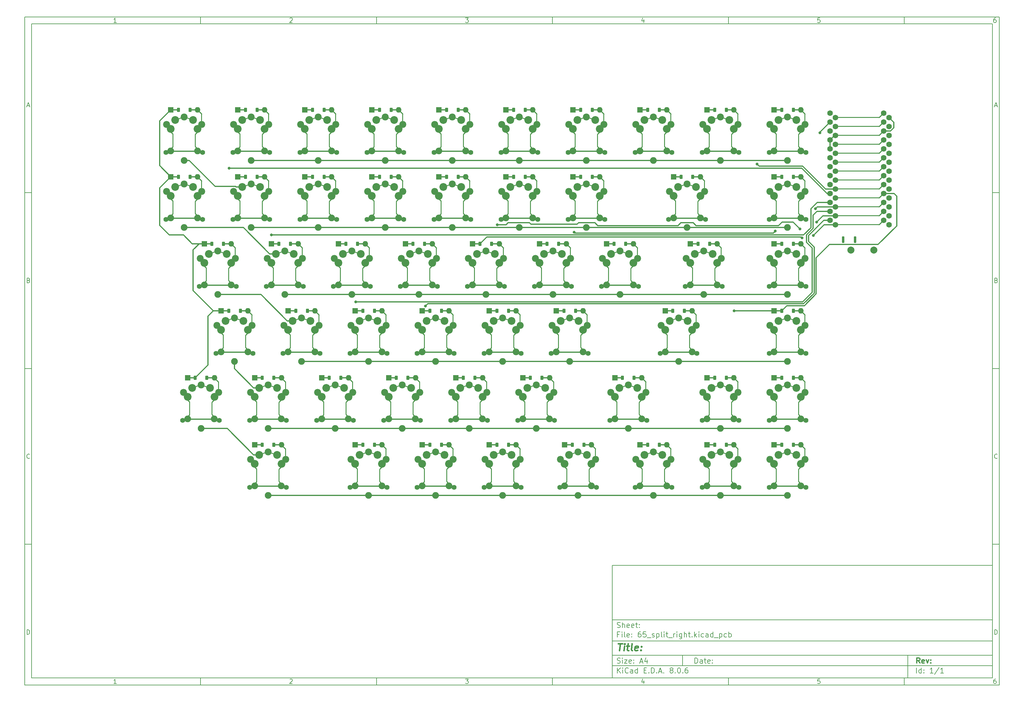
<source format=gbr>
%TF.GenerationSoftware,KiCad,Pcbnew,8.0.6*%
%TF.CreationDate,2025-05-11T12:41:03+09:00*%
%TF.ProjectId,65_split_right,36355f73-706c-4697-945f-72696768742e,rev?*%
%TF.SameCoordinates,PXf7b735cPY2136a30*%
%TF.FileFunction,Copper,L1,Top*%
%TF.FilePolarity,Positive*%
%FSLAX46Y46*%
G04 Gerber Fmt 4.6, Leading zero omitted, Abs format (unit mm)*
G04 Created by KiCad (PCBNEW 8.0.6) date 2025-05-11 12:41:03*
%MOMM*%
%LPD*%
G01*
G04 APERTURE LIST*
G04 Aperture macros list*
%AMRoundRect*
0 Rectangle with rounded corners*
0 $1 Rounding radius*
0 $2 $3 $4 $5 $6 $7 $8 $9 X,Y pos of 4 corners*
0 Add a 4 corners polygon primitive as box body*
4,1,4,$2,$3,$4,$5,$6,$7,$8,$9,$2,$3,0*
0 Add four circle primitives for the rounded corners*
1,1,$1+$1,$2,$3*
1,1,$1+$1,$4,$5*
1,1,$1+$1,$6,$7*
1,1,$1+$1,$8,$9*
0 Add four rect primitives between the rounded corners*
20,1,$1+$1,$2,$3,$4,$5,0*
20,1,$1+$1,$4,$5,$6,$7,0*
20,1,$1+$1,$6,$7,$8,$9,0*
20,1,$1+$1,$8,$9,$2,$3,0*%
G04 Aperture macros list end*
%ADD10C,0.100000*%
%ADD11C,0.150000*%
%ADD12C,0.300000*%
%ADD13C,0.400000*%
%TA.AperFunction,ComponentPad*%
%ADD14C,2.200000*%
%TD*%
%TA.AperFunction,SMDPad,CuDef*%
%ADD15RoundRect,0.041667X0.621050X0.110920X0.568595X0.273325X-0.621050X-0.110920X-0.568595X-0.273325X0*%
%TD*%
%TA.AperFunction,ComponentPad*%
%ADD16C,1.970000*%
%TD*%
%TA.AperFunction,ComponentPad*%
%ADD17C,1.900000*%
%TD*%
%TA.AperFunction,SMDPad,CuDef*%
%ADD18RoundRect,0.041667X0.568595X-0.273325X0.621050X-0.110920X-0.568595X0.273325X-0.621050X0.110920X0*%
%TD*%
%TA.AperFunction,ComponentPad*%
%ADD19R,1.600000X1.600000*%
%TD*%
%TA.AperFunction,SMDPad,CuDef*%
%ADD20RoundRect,0.041667X-0.625080X0.085333X-0.625080X-0.085333X0.625080X-0.085333X0.625080X0.085333X0*%
%TD*%
%TA.AperFunction,SMDPad,CuDef*%
%ADD21RoundRect,0.225000X-0.225000X-0.375000X0.225000X-0.375000X0.225000X0.375000X-0.225000X0.375000X0*%
%TD*%
%TA.AperFunction,ComponentPad*%
%ADD22C,1.400000*%
%TD*%
%TA.AperFunction,SMDPad,CuDef*%
%ADD23RoundRect,0.127000X0.253137X-0.253151X0.253151X-0.253137X-0.253137X0.253151X-0.253151X0.253137X0*%
%TD*%
%TA.AperFunction,SMDPad,CuDef*%
%ADD24RoundRect,0.127000X0.253151X0.253137X0.253137X0.253151X-0.253151X-0.253137X-0.253137X-0.253151X0*%
%TD*%
%TA.AperFunction,SMDPad,CuDef*%
%ADD25RoundRect,0.126999X-0.000010X-1.765555X0.000010X-1.765555X0.000010X1.765555X-0.000010X1.765555X0*%
%TD*%
%TA.AperFunction,SMDPad,CuDef*%
%ADD26RoundRect,0.041667X3.006331X-0.085333X3.006331X0.085333X-3.006331X0.085333X-3.006331X-0.085333X0*%
%TD*%
%TA.AperFunction,SMDPad,CuDef*%
%ADD27RoundRect,0.127000X-0.253151X-0.253137X-0.253137X-0.253151X0.253151X0.253137X0.253137X0.253151X0*%
%TD*%
%TA.AperFunction,SMDPad,CuDef*%
%ADD28RoundRect,0.127000X-0.253137X0.253151X-0.253151X0.253137X0.253137X-0.253151X0.253151X-0.253137X0*%
%TD*%
%TA.AperFunction,ComponentPad*%
%ADD29O,1.600000X1.600000*%
%TD*%
%TA.AperFunction,SMDPad,CuDef*%
%ADD30RoundRect,0.127000X0.702150X-0.702164X0.702164X-0.702150X-0.702150X0.702164X-0.702164X0.702150X0*%
%TD*%
%TA.AperFunction,SMDPad,CuDef*%
%ADD31RoundRect,0.127000X0.000010X1.223024X-0.000010X1.223024X-0.000010X-1.223024X0.000010X-1.223024X0*%
%TD*%
%TA.AperFunction,ComponentPad*%
%ADD32C,1.600000*%
%TD*%
%TA.AperFunction,SMDPad,CuDef*%
%ADD33RoundRect,0.127000X-0.550136X-0.550122X-0.550122X-0.550136X0.550136X0.550122X0.550122X0.550136X0*%
%TD*%
%TA.AperFunction,SMDPad,CuDef*%
%ADD34RoundRect,0.127000X-6.144000X0.000010X-6.144000X-0.000010X6.144000X-0.000010X6.144000X0.000010X0*%
%TD*%
%TA.AperFunction,ComponentPad*%
%ADD35C,2.000000*%
%TD*%
%TA.AperFunction,SMDPad,CuDef*%
%ADD36RoundRect,0.170000X0.170000X0.780000X-0.170000X0.780000X-0.170000X-0.780000X0.170000X-0.780000X0*%
%TD*%
%TA.AperFunction,ComponentPad*%
%ADD37C,0.700000*%
%TD*%
%TA.AperFunction,ViaPad*%
%ADD38C,0.800000*%
%TD*%
%TA.AperFunction,Conductor*%
%ADD39C,0.300000*%
%TD*%
%TA.AperFunction,Conductor*%
%ADD40C,0.250000*%
%TD*%
G04 APERTURE END LIST*
D10*
D11*
X-82746500Y-131180400D02*
X25253500Y-131180400D01*
X25253500Y-163180400D01*
X-82746500Y-163180400D01*
X-82746500Y-131180400D01*
D10*
D11*
X-249748700Y24826800D02*
X27253500Y24826800D01*
X27253500Y-165180400D01*
X-249748700Y-165180400D01*
X-249748700Y24826800D01*
D10*
D11*
X-247748700Y22826800D02*
X25253500Y22826800D01*
X25253500Y-163180400D01*
X-247748700Y-163180400D01*
X-247748700Y22826800D01*
D10*
D11*
X-199748700Y22826800D02*
X-199748700Y24826800D01*
D10*
D11*
X-149748700Y22826800D02*
X-149748700Y24826800D01*
D10*
D11*
X-99748700Y22826800D02*
X-99748700Y24826800D01*
D10*
D11*
X-49748700Y22826800D02*
X-49748700Y24826800D01*
D10*
D11*
X251300Y22826800D02*
X251300Y24826800D01*
D10*
D11*
X-223659540Y23233196D02*
X-224402397Y23233196D01*
X-224030969Y23233196D02*
X-224030969Y24533196D01*
X-224030969Y24533196D02*
X-224154778Y24347481D01*
X-224154778Y24347481D02*
X-224278588Y24223672D01*
X-224278588Y24223672D02*
X-224402397Y24161767D01*
D10*
D11*
X-174402397Y24409386D02*
X-174340493Y24471291D01*
X-174340493Y24471291D02*
X-174216683Y24533196D01*
X-174216683Y24533196D02*
X-173907159Y24533196D01*
X-173907159Y24533196D02*
X-173783350Y24471291D01*
X-173783350Y24471291D02*
X-173721445Y24409386D01*
X-173721445Y24409386D02*
X-173659540Y24285577D01*
X-173659540Y24285577D02*
X-173659540Y24161767D01*
X-173659540Y24161767D02*
X-173721445Y23976053D01*
X-173721445Y23976053D02*
X-174464302Y23233196D01*
X-174464302Y23233196D02*
X-173659540Y23233196D01*
D10*
D11*
X-124464302Y24533196D02*
X-123659540Y24533196D01*
X-123659540Y24533196D02*
X-124092874Y24037958D01*
X-124092874Y24037958D02*
X-123907159Y24037958D01*
X-123907159Y24037958D02*
X-123783350Y23976053D01*
X-123783350Y23976053D02*
X-123721445Y23914148D01*
X-123721445Y23914148D02*
X-123659540Y23790339D01*
X-123659540Y23790339D02*
X-123659540Y23480815D01*
X-123659540Y23480815D02*
X-123721445Y23357005D01*
X-123721445Y23357005D02*
X-123783350Y23295100D01*
X-123783350Y23295100D02*
X-123907159Y23233196D01*
X-123907159Y23233196D02*
X-124278588Y23233196D01*
X-124278588Y23233196D02*
X-124402397Y23295100D01*
X-124402397Y23295100D02*
X-124464302Y23357005D01*
D10*
D11*
X-73783350Y24099862D02*
X-73783350Y23233196D01*
X-74092874Y24595100D02*
X-74402397Y23666529D01*
X-74402397Y23666529D02*
X-73597636Y23666529D01*
D10*
D11*
X-23721445Y24533196D02*
X-24340493Y24533196D01*
X-24340493Y24533196D02*
X-24402397Y23914148D01*
X-24402397Y23914148D02*
X-24340493Y23976053D01*
X-24340493Y23976053D02*
X-24216683Y24037958D01*
X-24216683Y24037958D02*
X-23907159Y24037958D01*
X-23907159Y24037958D02*
X-23783350Y23976053D01*
X-23783350Y23976053D02*
X-23721445Y23914148D01*
X-23721445Y23914148D02*
X-23659540Y23790339D01*
X-23659540Y23790339D02*
X-23659540Y23480815D01*
X-23659540Y23480815D02*
X-23721445Y23357005D01*
X-23721445Y23357005D02*
X-23783350Y23295100D01*
X-23783350Y23295100D02*
X-23907159Y23233196D01*
X-23907159Y23233196D02*
X-24216683Y23233196D01*
X-24216683Y23233196D02*
X-24340493Y23295100D01*
X-24340493Y23295100D02*
X-24402397Y23357005D01*
D10*
D11*
X26216650Y24533196D02*
X25969031Y24533196D01*
X25969031Y24533196D02*
X25845222Y24471291D01*
X25845222Y24471291D02*
X25783317Y24409386D01*
X25783317Y24409386D02*
X25659507Y24223672D01*
X25659507Y24223672D02*
X25597603Y23976053D01*
X25597603Y23976053D02*
X25597603Y23480815D01*
X25597603Y23480815D02*
X25659507Y23357005D01*
X25659507Y23357005D02*
X25721412Y23295100D01*
X25721412Y23295100D02*
X25845222Y23233196D01*
X25845222Y23233196D02*
X26092841Y23233196D01*
X26092841Y23233196D02*
X26216650Y23295100D01*
X26216650Y23295100D02*
X26278555Y23357005D01*
X26278555Y23357005D02*
X26340460Y23480815D01*
X26340460Y23480815D02*
X26340460Y23790339D01*
X26340460Y23790339D02*
X26278555Y23914148D01*
X26278555Y23914148D02*
X26216650Y23976053D01*
X26216650Y23976053D02*
X26092841Y24037958D01*
X26092841Y24037958D02*
X25845222Y24037958D01*
X25845222Y24037958D02*
X25721412Y23976053D01*
X25721412Y23976053D02*
X25659507Y23914148D01*
X25659507Y23914148D02*
X25597603Y23790339D01*
D10*
D11*
X-199748700Y-163180400D02*
X-199748700Y-165180400D01*
D10*
D11*
X-149748700Y-163180400D02*
X-149748700Y-165180400D01*
D10*
D11*
X-99748700Y-163180400D02*
X-99748700Y-165180400D01*
D10*
D11*
X-49748700Y-163180400D02*
X-49748700Y-165180400D01*
D10*
D11*
X251300Y-163180400D02*
X251300Y-165180400D01*
D10*
D11*
X-223659540Y-164774004D02*
X-224402397Y-164774004D01*
X-224030969Y-164774004D02*
X-224030969Y-163474004D01*
X-224030969Y-163474004D02*
X-224154778Y-163659719D01*
X-224154778Y-163659719D02*
X-224278588Y-163783528D01*
X-224278588Y-163783528D02*
X-224402397Y-163845433D01*
D10*
D11*
X-174402397Y-163597814D02*
X-174340493Y-163535909D01*
X-174340493Y-163535909D02*
X-174216683Y-163474004D01*
X-174216683Y-163474004D02*
X-173907159Y-163474004D01*
X-173907159Y-163474004D02*
X-173783350Y-163535909D01*
X-173783350Y-163535909D02*
X-173721445Y-163597814D01*
X-173721445Y-163597814D02*
X-173659540Y-163721623D01*
X-173659540Y-163721623D02*
X-173659540Y-163845433D01*
X-173659540Y-163845433D02*
X-173721445Y-164031147D01*
X-173721445Y-164031147D02*
X-174464302Y-164774004D01*
X-174464302Y-164774004D02*
X-173659540Y-164774004D01*
D10*
D11*
X-124464302Y-163474004D02*
X-123659540Y-163474004D01*
X-123659540Y-163474004D02*
X-124092874Y-163969242D01*
X-124092874Y-163969242D02*
X-123907159Y-163969242D01*
X-123907159Y-163969242D02*
X-123783350Y-164031147D01*
X-123783350Y-164031147D02*
X-123721445Y-164093052D01*
X-123721445Y-164093052D02*
X-123659540Y-164216861D01*
X-123659540Y-164216861D02*
X-123659540Y-164526385D01*
X-123659540Y-164526385D02*
X-123721445Y-164650195D01*
X-123721445Y-164650195D02*
X-123783350Y-164712100D01*
X-123783350Y-164712100D02*
X-123907159Y-164774004D01*
X-123907159Y-164774004D02*
X-124278588Y-164774004D01*
X-124278588Y-164774004D02*
X-124402397Y-164712100D01*
X-124402397Y-164712100D02*
X-124464302Y-164650195D01*
D10*
D11*
X-73783350Y-163907338D02*
X-73783350Y-164774004D01*
X-74092874Y-163412100D02*
X-74402397Y-164340671D01*
X-74402397Y-164340671D02*
X-73597636Y-164340671D01*
D10*
D11*
X-23721445Y-163474004D02*
X-24340493Y-163474004D01*
X-24340493Y-163474004D02*
X-24402397Y-164093052D01*
X-24402397Y-164093052D02*
X-24340493Y-164031147D01*
X-24340493Y-164031147D02*
X-24216683Y-163969242D01*
X-24216683Y-163969242D02*
X-23907159Y-163969242D01*
X-23907159Y-163969242D02*
X-23783350Y-164031147D01*
X-23783350Y-164031147D02*
X-23721445Y-164093052D01*
X-23721445Y-164093052D02*
X-23659540Y-164216861D01*
X-23659540Y-164216861D02*
X-23659540Y-164526385D01*
X-23659540Y-164526385D02*
X-23721445Y-164650195D01*
X-23721445Y-164650195D02*
X-23783350Y-164712100D01*
X-23783350Y-164712100D02*
X-23907159Y-164774004D01*
X-23907159Y-164774004D02*
X-24216683Y-164774004D01*
X-24216683Y-164774004D02*
X-24340493Y-164712100D01*
X-24340493Y-164712100D02*
X-24402397Y-164650195D01*
D10*
D11*
X26216650Y-163474004D02*
X25969031Y-163474004D01*
X25969031Y-163474004D02*
X25845222Y-163535909D01*
X25845222Y-163535909D02*
X25783317Y-163597814D01*
X25783317Y-163597814D02*
X25659507Y-163783528D01*
X25659507Y-163783528D02*
X25597603Y-164031147D01*
X25597603Y-164031147D02*
X25597603Y-164526385D01*
X25597603Y-164526385D02*
X25659507Y-164650195D01*
X25659507Y-164650195D02*
X25721412Y-164712100D01*
X25721412Y-164712100D02*
X25845222Y-164774004D01*
X25845222Y-164774004D02*
X26092841Y-164774004D01*
X26092841Y-164774004D02*
X26216650Y-164712100D01*
X26216650Y-164712100D02*
X26278555Y-164650195D01*
X26278555Y-164650195D02*
X26340460Y-164526385D01*
X26340460Y-164526385D02*
X26340460Y-164216861D01*
X26340460Y-164216861D02*
X26278555Y-164093052D01*
X26278555Y-164093052D02*
X26216650Y-164031147D01*
X26216650Y-164031147D02*
X26092841Y-163969242D01*
X26092841Y-163969242D02*
X25845222Y-163969242D01*
X25845222Y-163969242D02*
X25721412Y-164031147D01*
X25721412Y-164031147D02*
X25659507Y-164093052D01*
X25659507Y-164093052D02*
X25597603Y-164216861D01*
D10*
D11*
X-249748700Y-25173200D02*
X-247748700Y-25173200D01*
D10*
D11*
X-249748700Y-75173200D02*
X-247748700Y-75173200D01*
D10*
D11*
X-249748700Y-125173200D02*
X-247748700Y-125173200D01*
D10*
D11*
X-249058224Y-395376D02*
X-248439177Y-395376D01*
X-249182034Y-766804D02*
X-248748701Y533196D01*
X-248748701Y533196D02*
X-248315367Y-766804D01*
D10*
D11*
X-248655843Y-50085852D02*
X-248470129Y-50147757D01*
X-248470129Y-50147757D02*
X-248408224Y-50209661D01*
X-248408224Y-50209661D02*
X-248346320Y-50333471D01*
X-248346320Y-50333471D02*
X-248346320Y-50519185D01*
X-248346320Y-50519185D02*
X-248408224Y-50642995D01*
X-248408224Y-50642995D02*
X-248470129Y-50704900D01*
X-248470129Y-50704900D02*
X-248593939Y-50766804D01*
X-248593939Y-50766804D02*
X-249089177Y-50766804D01*
X-249089177Y-50766804D02*
X-249089177Y-49466804D01*
X-249089177Y-49466804D02*
X-248655843Y-49466804D01*
X-248655843Y-49466804D02*
X-248532034Y-49528709D01*
X-248532034Y-49528709D02*
X-248470129Y-49590614D01*
X-248470129Y-49590614D02*
X-248408224Y-49714423D01*
X-248408224Y-49714423D02*
X-248408224Y-49838233D01*
X-248408224Y-49838233D02*
X-248470129Y-49962042D01*
X-248470129Y-49962042D02*
X-248532034Y-50023947D01*
X-248532034Y-50023947D02*
X-248655843Y-50085852D01*
X-248655843Y-50085852D02*
X-249089177Y-50085852D01*
D10*
D11*
X-248346320Y-100642995D02*
X-248408224Y-100704900D01*
X-248408224Y-100704900D02*
X-248593939Y-100766804D01*
X-248593939Y-100766804D02*
X-248717748Y-100766804D01*
X-248717748Y-100766804D02*
X-248903462Y-100704900D01*
X-248903462Y-100704900D02*
X-249027272Y-100581090D01*
X-249027272Y-100581090D02*
X-249089177Y-100457280D01*
X-249089177Y-100457280D02*
X-249151081Y-100209661D01*
X-249151081Y-100209661D02*
X-249151081Y-100023947D01*
X-249151081Y-100023947D02*
X-249089177Y-99776328D01*
X-249089177Y-99776328D02*
X-249027272Y-99652519D01*
X-249027272Y-99652519D02*
X-248903462Y-99528709D01*
X-248903462Y-99528709D02*
X-248717748Y-99466804D01*
X-248717748Y-99466804D02*
X-248593939Y-99466804D01*
X-248593939Y-99466804D02*
X-248408224Y-99528709D01*
X-248408224Y-99528709D02*
X-248346320Y-99590614D01*
D10*
D11*
X-249089177Y-150766804D02*
X-249089177Y-149466804D01*
X-249089177Y-149466804D02*
X-248779653Y-149466804D01*
X-248779653Y-149466804D02*
X-248593939Y-149528709D01*
X-248593939Y-149528709D02*
X-248470129Y-149652519D01*
X-248470129Y-149652519D02*
X-248408224Y-149776328D01*
X-248408224Y-149776328D02*
X-248346320Y-150023947D01*
X-248346320Y-150023947D02*
X-248346320Y-150209661D01*
X-248346320Y-150209661D02*
X-248408224Y-150457280D01*
X-248408224Y-150457280D02*
X-248470129Y-150581090D01*
X-248470129Y-150581090D02*
X-248593939Y-150704900D01*
X-248593939Y-150704900D02*
X-248779653Y-150766804D01*
X-248779653Y-150766804D02*
X-249089177Y-150766804D01*
D10*
D11*
X27253500Y-25173200D02*
X25253500Y-25173200D01*
D10*
D11*
X27253500Y-75173200D02*
X25253500Y-75173200D01*
D10*
D11*
X27253500Y-125173200D02*
X25253500Y-125173200D01*
D10*
D11*
X25943976Y-395376D02*
X26563023Y-395376D01*
X25820166Y-766804D02*
X26253499Y533196D01*
X26253499Y533196D02*
X26686833Y-766804D01*
D10*
D11*
X26346357Y-50085852D02*
X26532071Y-50147757D01*
X26532071Y-50147757D02*
X26593976Y-50209661D01*
X26593976Y-50209661D02*
X26655880Y-50333471D01*
X26655880Y-50333471D02*
X26655880Y-50519185D01*
X26655880Y-50519185D02*
X26593976Y-50642995D01*
X26593976Y-50642995D02*
X26532071Y-50704900D01*
X26532071Y-50704900D02*
X26408261Y-50766804D01*
X26408261Y-50766804D02*
X25913023Y-50766804D01*
X25913023Y-50766804D02*
X25913023Y-49466804D01*
X25913023Y-49466804D02*
X26346357Y-49466804D01*
X26346357Y-49466804D02*
X26470166Y-49528709D01*
X26470166Y-49528709D02*
X26532071Y-49590614D01*
X26532071Y-49590614D02*
X26593976Y-49714423D01*
X26593976Y-49714423D02*
X26593976Y-49838233D01*
X26593976Y-49838233D02*
X26532071Y-49962042D01*
X26532071Y-49962042D02*
X26470166Y-50023947D01*
X26470166Y-50023947D02*
X26346357Y-50085852D01*
X26346357Y-50085852D02*
X25913023Y-50085852D01*
D10*
D11*
X26655880Y-100642995D02*
X26593976Y-100704900D01*
X26593976Y-100704900D02*
X26408261Y-100766804D01*
X26408261Y-100766804D02*
X26284452Y-100766804D01*
X26284452Y-100766804D02*
X26098738Y-100704900D01*
X26098738Y-100704900D02*
X25974928Y-100581090D01*
X25974928Y-100581090D02*
X25913023Y-100457280D01*
X25913023Y-100457280D02*
X25851119Y-100209661D01*
X25851119Y-100209661D02*
X25851119Y-100023947D01*
X25851119Y-100023947D02*
X25913023Y-99776328D01*
X25913023Y-99776328D02*
X25974928Y-99652519D01*
X25974928Y-99652519D02*
X26098738Y-99528709D01*
X26098738Y-99528709D02*
X26284452Y-99466804D01*
X26284452Y-99466804D02*
X26408261Y-99466804D01*
X26408261Y-99466804D02*
X26593976Y-99528709D01*
X26593976Y-99528709D02*
X26655880Y-99590614D01*
D10*
D11*
X25913023Y-150766804D02*
X25913023Y-149466804D01*
X25913023Y-149466804D02*
X26222547Y-149466804D01*
X26222547Y-149466804D02*
X26408261Y-149528709D01*
X26408261Y-149528709D02*
X26532071Y-149652519D01*
X26532071Y-149652519D02*
X26593976Y-149776328D01*
X26593976Y-149776328D02*
X26655880Y-150023947D01*
X26655880Y-150023947D02*
X26655880Y-150209661D01*
X26655880Y-150209661D02*
X26593976Y-150457280D01*
X26593976Y-150457280D02*
X26532071Y-150581090D01*
X26532071Y-150581090D02*
X26408261Y-150704900D01*
X26408261Y-150704900D02*
X26222547Y-150766804D01*
X26222547Y-150766804D02*
X25913023Y-150766804D01*
D10*
D11*
X-59290674Y-158966528D02*
X-59290674Y-157466528D01*
X-59290674Y-157466528D02*
X-58933531Y-157466528D01*
X-58933531Y-157466528D02*
X-58719245Y-157537957D01*
X-58719245Y-157537957D02*
X-58576388Y-157680814D01*
X-58576388Y-157680814D02*
X-58504959Y-157823671D01*
X-58504959Y-157823671D02*
X-58433531Y-158109385D01*
X-58433531Y-158109385D02*
X-58433531Y-158323671D01*
X-58433531Y-158323671D02*
X-58504959Y-158609385D01*
X-58504959Y-158609385D02*
X-58576388Y-158752242D01*
X-58576388Y-158752242D02*
X-58719245Y-158895100D01*
X-58719245Y-158895100D02*
X-58933531Y-158966528D01*
X-58933531Y-158966528D02*
X-59290674Y-158966528D01*
X-57147816Y-158966528D02*
X-57147816Y-158180814D01*
X-57147816Y-158180814D02*
X-57219245Y-158037957D01*
X-57219245Y-158037957D02*
X-57362102Y-157966528D01*
X-57362102Y-157966528D02*
X-57647816Y-157966528D01*
X-57647816Y-157966528D02*
X-57790674Y-158037957D01*
X-57147816Y-158895100D02*
X-57290674Y-158966528D01*
X-57290674Y-158966528D02*
X-57647816Y-158966528D01*
X-57647816Y-158966528D02*
X-57790674Y-158895100D01*
X-57790674Y-158895100D02*
X-57862102Y-158752242D01*
X-57862102Y-158752242D02*
X-57862102Y-158609385D01*
X-57862102Y-158609385D02*
X-57790674Y-158466528D01*
X-57790674Y-158466528D02*
X-57647816Y-158395100D01*
X-57647816Y-158395100D02*
X-57290674Y-158395100D01*
X-57290674Y-158395100D02*
X-57147816Y-158323671D01*
X-56647816Y-157966528D02*
X-56076388Y-157966528D01*
X-56433531Y-157466528D02*
X-56433531Y-158752242D01*
X-56433531Y-158752242D02*
X-56362102Y-158895100D01*
X-56362102Y-158895100D02*
X-56219245Y-158966528D01*
X-56219245Y-158966528D02*
X-56076388Y-158966528D01*
X-55004959Y-158895100D02*
X-55147816Y-158966528D01*
X-55147816Y-158966528D02*
X-55433530Y-158966528D01*
X-55433530Y-158966528D02*
X-55576388Y-158895100D01*
X-55576388Y-158895100D02*
X-55647816Y-158752242D01*
X-55647816Y-158752242D02*
X-55647816Y-158180814D01*
X-55647816Y-158180814D02*
X-55576388Y-158037957D01*
X-55576388Y-158037957D02*
X-55433530Y-157966528D01*
X-55433530Y-157966528D02*
X-55147816Y-157966528D01*
X-55147816Y-157966528D02*
X-55004959Y-158037957D01*
X-55004959Y-158037957D02*
X-54933530Y-158180814D01*
X-54933530Y-158180814D02*
X-54933530Y-158323671D01*
X-54933530Y-158323671D02*
X-55647816Y-158466528D01*
X-54290674Y-158823671D02*
X-54219245Y-158895100D01*
X-54219245Y-158895100D02*
X-54290674Y-158966528D01*
X-54290674Y-158966528D02*
X-54362102Y-158895100D01*
X-54362102Y-158895100D02*
X-54290674Y-158823671D01*
X-54290674Y-158823671D02*
X-54290674Y-158966528D01*
X-54290674Y-158037957D02*
X-54219245Y-158109385D01*
X-54219245Y-158109385D02*
X-54290674Y-158180814D01*
X-54290674Y-158180814D02*
X-54362102Y-158109385D01*
X-54362102Y-158109385D02*
X-54290674Y-158037957D01*
X-54290674Y-158037957D02*
X-54290674Y-158180814D01*
D10*
D11*
X-82746500Y-159680400D02*
X25253500Y-159680400D01*
D10*
D11*
X-81290674Y-161766528D02*
X-81290674Y-160266528D01*
X-80433531Y-161766528D02*
X-81076388Y-160909385D01*
X-80433531Y-160266528D02*
X-81290674Y-161123671D01*
X-79790674Y-161766528D02*
X-79790674Y-160766528D01*
X-79790674Y-160266528D02*
X-79862102Y-160337957D01*
X-79862102Y-160337957D02*
X-79790674Y-160409385D01*
X-79790674Y-160409385D02*
X-79719245Y-160337957D01*
X-79719245Y-160337957D02*
X-79790674Y-160266528D01*
X-79790674Y-160266528D02*
X-79790674Y-160409385D01*
X-78219245Y-161623671D02*
X-78290673Y-161695100D01*
X-78290673Y-161695100D02*
X-78504959Y-161766528D01*
X-78504959Y-161766528D02*
X-78647816Y-161766528D01*
X-78647816Y-161766528D02*
X-78862102Y-161695100D01*
X-78862102Y-161695100D02*
X-79004959Y-161552242D01*
X-79004959Y-161552242D02*
X-79076388Y-161409385D01*
X-79076388Y-161409385D02*
X-79147816Y-161123671D01*
X-79147816Y-161123671D02*
X-79147816Y-160909385D01*
X-79147816Y-160909385D02*
X-79076388Y-160623671D01*
X-79076388Y-160623671D02*
X-79004959Y-160480814D01*
X-79004959Y-160480814D02*
X-78862102Y-160337957D01*
X-78862102Y-160337957D02*
X-78647816Y-160266528D01*
X-78647816Y-160266528D02*
X-78504959Y-160266528D01*
X-78504959Y-160266528D02*
X-78290673Y-160337957D01*
X-78290673Y-160337957D02*
X-78219245Y-160409385D01*
X-76933530Y-161766528D02*
X-76933530Y-160980814D01*
X-76933530Y-160980814D02*
X-77004959Y-160837957D01*
X-77004959Y-160837957D02*
X-77147816Y-160766528D01*
X-77147816Y-160766528D02*
X-77433530Y-160766528D01*
X-77433530Y-160766528D02*
X-77576388Y-160837957D01*
X-76933530Y-161695100D02*
X-77076388Y-161766528D01*
X-77076388Y-161766528D02*
X-77433530Y-161766528D01*
X-77433530Y-161766528D02*
X-77576388Y-161695100D01*
X-77576388Y-161695100D02*
X-77647816Y-161552242D01*
X-77647816Y-161552242D02*
X-77647816Y-161409385D01*
X-77647816Y-161409385D02*
X-77576388Y-161266528D01*
X-77576388Y-161266528D02*
X-77433530Y-161195100D01*
X-77433530Y-161195100D02*
X-77076388Y-161195100D01*
X-77076388Y-161195100D02*
X-76933530Y-161123671D01*
X-75576387Y-161766528D02*
X-75576387Y-160266528D01*
X-75576387Y-161695100D02*
X-75719245Y-161766528D01*
X-75719245Y-161766528D02*
X-76004959Y-161766528D01*
X-76004959Y-161766528D02*
X-76147816Y-161695100D01*
X-76147816Y-161695100D02*
X-76219245Y-161623671D01*
X-76219245Y-161623671D02*
X-76290673Y-161480814D01*
X-76290673Y-161480814D02*
X-76290673Y-161052242D01*
X-76290673Y-161052242D02*
X-76219245Y-160909385D01*
X-76219245Y-160909385D02*
X-76147816Y-160837957D01*
X-76147816Y-160837957D02*
X-76004959Y-160766528D01*
X-76004959Y-160766528D02*
X-75719245Y-160766528D01*
X-75719245Y-160766528D02*
X-75576387Y-160837957D01*
X-73719245Y-160980814D02*
X-73219245Y-160980814D01*
X-73004959Y-161766528D02*
X-73719245Y-161766528D01*
X-73719245Y-161766528D02*
X-73719245Y-160266528D01*
X-73719245Y-160266528D02*
X-73004959Y-160266528D01*
X-72362102Y-161623671D02*
X-72290673Y-161695100D01*
X-72290673Y-161695100D02*
X-72362102Y-161766528D01*
X-72362102Y-161766528D02*
X-72433530Y-161695100D01*
X-72433530Y-161695100D02*
X-72362102Y-161623671D01*
X-72362102Y-161623671D02*
X-72362102Y-161766528D01*
X-71647816Y-161766528D02*
X-71647816Y-160266528D01*
X-71647816Y-160266528D02*
X-71290673Y-160266528D01*
X-71290673Y-160266528D02*
X-71076387Y-160337957D01*
X-71076387Y-160337957D02*
X-70933530Y-160480814D01*
X-70933530Y-160480814D02*
X-70862101Y-160623671D01*
X-70862101Y-160623671D02*
X-70790673Y-160909385D01*
X-70790673Y-160909385D02*
X-70790673Y-161123671D01*
X-70790673Y-161123671D02*
X-70862101Y-161409385D01*
X-70862101Y-161409385D02*
X-70933530Y-161552242D01*
X-70933530Y-161552242D02*
X-71076387Y-161695100D01*
X-71076387Y-161695100D02*
X-71290673Y-161766528D01*
X-71290673Y-161766528D02*
X-71647816Y-161766528D01*
X-70147816Y-161623671D02*
X-70076387Y-161695100D01*
X-70076387Y-161695100D02*
X-70147816Y-161766528D01*
X-70147816Y-161766528D02*
X-70219244Y-161695100D01*
X-70219244Y-161695100D02*
X-70147816Y-161623671D01*
X-70147816Y-161623671D02*
X-70147816Y-161766528D01*
X-69504958Y-161337957D02*
X-68790672Y-161337957D01*
X-69647815Y-161766528D02*
X-69147815Y-160266528D01*
X-69147815Y-160266528D02*
X-68647815Y-161766528D01*
X-68147816Y-161623671D02*
X-68076387Y-161695100D01*
X-68076387Y-161695100D02*
X-68147816Y-161766528D01*
X-68147816Y-161766528D02*
X-68219244Y-161695100D01*
X-68219244Y-161695100D02*
X-68147816Y-161623671D01*
X-68147816Y-161623671D02*
X-68147816Y-161766528D01*
X-66076387Y-160909385D02*
X-66219244Y-160837957D01*
X-66219244Y-160837957D02*
X-66290673Y-160766528D01*
X-66290673Y-160766528D02*
X-66362101Y-160623671D01*
X-66362101Y-160623671D02*
X-66362101Y-160552242D01*
X-66362101Y-160552242D02*
X-66290673Y-160409385D01*
X-66290673Y-160409385D02*
X-66219244Y-160337957D01*
X-66219244Y-160337957D02*
X-66076387Y-160266528D01*
X-66076387Y-160266528D02*
X-65790673Y-160266528D01*
X-65790673Y-160266528D02*
X-65647815Y-160337957D01*
X-65647815Y-160337957D02*
X-65576387Y-160409385D01*
X-65576387Y-160409385D02*
X-65504958Y-160552242D01*
X-65504958Y-160552242D02*
X-65504958Y-160623671D01*
X-65504958Y-160623671D02*
X-65576387Y-160766528D01*
X-65576387Y-160766528D02*
X-65647815Y-160837957D01*
X-65647815Y-160837957D02*
X-65790673Y-160909385D01*
X-65790673Y-160909385D02*
X-66076387Y-160909385D01*
X-66076387Y-160909385D02*
X-66219244Y-160980814D01*
X-66219244Y-160980814D02*
X-66290673Y-161052242D01*
X-66290673Y-161052242D02*
X-66362101Y-161195100D01*
X-66362101Y-161195100D02*
X-66362101Y-161480814D01*
X-66362101Y-161480814D02*
X-66290673Y-161623671D01*
X-66290673Y-161623671D02*
X-66219244Y-161695100D01*
X-66219244Y-161695100D02*
X-66076387Y-161766528D01*
X-66076387Y-161766528D02*
X-65790673Y-161766528D01*
X-65790673Y-161766528D02*
X-65647815Y-161695100D01*
X-65647815Y-161695100D02*
X-65576387Y-161623671D01*
X-65576387Y-161623671D02*
X-65504958Y-161480814D01*
X-65504958Y-161480814D02*
X-65504958Y-161195100D01*
X-65504958Y-161195100D02*
X-65576387Y-161052242D01*
X-65576387Y-161052242D02*
X-65647815Y-160980814D01*
X-65647815Y-160980814D02*
X-65790673Y-160909385D01*
X-64862102Y-161623671D02*
X-64790673Y-161695100D01*
X-64790673Y-161695100D02*
X-64862102Y-161766528D01*
X-64862102Y-161766528D02*
X-64933530Y-161695100D01*
X-64933530Y-161695100D02*
X-64862102Y-161623671D01*
X-64862102Y-161623671D02*
X-64862102Y-161766528D01*
X-63862101Y-160266528D02*
X-63719244Y-160266528D01*
X-63719244Y-160266528D02*
X-63576387Y-160337957D01*
X-63576387Y-160337957D02*
X-63504958Y-160409385D01*
X-63504958Y-160409385D02*
X-63433530Y-160552242D01*
X-63433530Y-160552242D02*
X-63362101Y-160837957D01*
X-63362101Y-160837957D02*
X-63362101Y-161195100D01*
X-63362101Y-161195100D02*
X-63433530Y-161480814D01*
X-63433530Y-161480814D02*
X-63504958Y-161623671D01*
X-63504958Y-161623671D02*
X-63576387Y-161695100D01*
X-63576387Y-161695100D02*
X-63719244Y-161766528D01*
X-63719244Y-161766528D02*
X-63862101Y-161766528D01*
X-63862101Y-161766528D02*
X-64004958Y-161695100D01*
X-64004958Y-161695100D02*
X-64076387Y-161623671D01*
X-64076387Y-161623671D02*
X-64147816Y-161480814D01*
X-64147816Y-161480814D02*
X-64219244Y-161195100D01*
X-64219244Y-161195100D02*
X-64219244Y-160837957D01*
X-64219244Y-160837957D02*
X-64147816Y-160552242D01*
X-64147816Y-160552242D02*
X-64076387Y-160409385D01*
X-64076387Y-160409385D02*
X-64004958Y-160337957D01*
X-64004958Y-160337957D02*
X-63862101Y-160266528D01*
X-62719245Y-161623671D02*
X-62647816Y-161695100D01*
X-62647816Y-161695100D02*
X-62719245Y-161766528D01*
X-62719245Y-161766528D02*
X-62790673Y-161695100D01*
X-62790673Y-161695100D02*
X-62719245Y-161623671D01*
X-62719245Y-161623671D02*
X-62719245Y-161766528D01*
X-61362101Y-160266528D02*
X-61647816Y-160266528D01*
X-61647816Y-160266528D02*
X-61790673Y-160337957D01*
X-61790673Y-160337957D02*
X-61862101Y-160409385D01*
X-61862101Y-160409385D02*
X-62004959Y-160623671D01*
X-62004959Y-160623671D02*
X-62076387Y-160909385D01*
X-62076387Y-160909385D02*
X-62076387Y-161480814D01*
X-62076387Y-161480814D02*
X-62004959Y-161623671D01*
X-62004959Y-161623671D02*
X-61933530Y-161695100D01*
X-61933530Y-161695100D02*
X-61790673Y-161766528D01*
X-61790673Y-161766528D02*
X-61504959Y-161766528D01*
X-61504959Y-161766528D02*
X-61362101Y-161695100D01*
X-61362101Y-161695100D02*
X-61290673Y-161623671D01*
X-61290673Y-161623671D02*
X-61219244Y-161480814D01*
X-61219244Y-161480814D02*
X-61219244Y-161123671D01*
X-61219244Y-161123671D02*
X-61290673Y-160980814D01*
X-61290673Y-160980814D02*
X-61362101Y-160909385D01*
X-61362101Y-160909385D02*
X-61504959Y-160837957D01*
X-61504959Y-160837957D02*
X-61790673Y-160837957D01*
X-61790673Y-160837957D02*
X-61933530Y-160909385D01*
X-61933530Y-160909385D02*
X-62004959Y-160980814D01*
X-62004959Y-160980814D02*
X-62076387Y-161123671D01*
D10*
D11*
X-82746500Y-156680400D02*
X25253500Y-156680400D01*
D10*
D12*
X4665153Y-158958728D02*
X4165153Y-158244442D01*
X3808010Y-158958728D02*
X3808010Y-157458728D01*
X3808010Y-157458728D02*
X4379439Y-157458728D01*
X4379439Y-157458728D02*
X4522296Y-157530157D01*
X4522296Y-157530157D02*
X4593725Y-157601585D01*
X4593725Y-157601585D02*
X4665153Y-157744442D01*
X4665153Y-157744442D02*
X4665153Y-157958728D01*
X4665153Y-157958728D02*
X4593725Y-158101585D01*
X4593725Y-158101585D02*
X4522296Y-158173014D01*
X4522296Y-158173014D02*
X4379439Y-158244442D01*
X4379439Y-158244442D02*
X3808010Y-158244442D01*
X5879439Y-158887300D02*
X5736582Y-158958728D01*
X5736582Y-158958728D02*
X5450868Y-158958728D01*
X5450868Y-158958728D02*
X5308010Y-158887300D01*
X5308010Y-158887300D02*
X5236582Y-158744442D01*
X5236582Y-158744442D02*
X5236582Y-158173014D01*
X5236582Y-158173014D02*
X5308010Y-158030157D01*
X5308010Y-158030157D02*
X5450868Y-157958728D01*
X5450868Y-157958728D02*
X5736582Y-157958728D01*
X5736582Y-157958728D02*
X5879439Y-158030157D01*
X5879439Y-158030157D02*
X5950868Y-158173014D01*
X5950868Y-158173014D02*
X5950868Y-158315871D01*
X5950868Y-158315871D02*
X5236582Y-158458728D01*
X6450867Y-157958728D02*
X6808010Y-158958728D01*
X6808010Y-158958728D02*
X7165153Y-157958728D01*
X7736581Y-158815871D02*
X7808010Y-158887300D01*
X7808010Y-158887300D02*
X7736581Y-158958728D01*
X7736581Y-158958728D02*
X7665153Y-158887300D01*
X7665153Y-158887300D02*
X7736581Y-158815871D01*
X7736581Y-158815871D02*
X7736581Y-158958728D01*
X7736581Y-158030157D02*
X7808010Y-158101585D01*
X7808010Y-158101585D02*
X7736581Y-158173014D01*
X7736581Y-158173014D02*
X7665153Y-158101585D01*
X7665153Y-158101585D02*
X7736581Y-158030157D01*
X7736581Y-158030157D02*
X7736581Y-158173014D01*
D10*
D11*
X-81362102Y-158895100D02*
X-81147816Y-158966528D01*
X-81147816Y-158966528D02*
X-80790674Y-158966528D01*
X-80790674Y-158966528D02*
X-80647816Y-158895100D01*
X-80647816Y-158895100D02*
X-80576388Y-158823671D01*
X-80576388Y-158823671D02*
X-80504959Y-158680814D01*
X-80504959Y-158680814D02*
X-80504959Y-158537957D01*
X-80504959Y-158537957D02*
X-80576388Y-158395100D01*
X-80576388Y-158395100D02*
X-80647816Y-158323671D01*
X-80647816Y-158323671D02*
X-80790674Y-158252242D01*
X-80790674Y-158252242D02*
X-81076388Y-158180814D01*
X-81076388Y-158180814D02*
X-81219245Y-158109385D01*
X-81219245Y-158109385D02*
X-81290674Y-158037957D01*
X-81290674Y-158037957D02*
X-81362102Y-157895100D01*
X-81362102Y-157895100D02*
X-81362102Y-157752242D01*
X-81362102Y-157752242D02*
X-81290674Y-157609385D01*
X-81290674Y-157609385D02*
X-81219245Y-157537957D01*
X-81219245Y-157537957D02*
X-81076388Y-157466528D01*
X-81076388Y-157466528D02*
X-80719245Y-157466528D01*
X-80719245Y-157466528D02*
X-80504959Y-157537957D01*
X-79862103Y-158966528D02*
X-79862103Y-157966528D01*
X-79862103Y-157466528D02*
X-79933531Y-157537957D01*
X-79933531Y-157537957D02*
X-79862103Y-157609385D01*
X-79862103Y-157609385D02*
X-79790674Y-157537957D01*
X-79790674Y-157537957D02*
X-79862103Y-157466528D01*
X-79862103Y-157466528D02*
X-79862103Y-157609385D01*
X-79290674Y-157966528D02*
X-78504959Y-157966528D01*
X-78504959Y-157966528D02*
X-79290674Y-158966528D01*
X-79290674Y-158966528D02*
X-78504959Y-158966528D01*
X-77362102Y-158895100D02*
X-77504959Y-158966528D01*
X-77504959Y-158966528D02*
X-77790673Y-158966528D01*
X-77790673Y-158966528D02*
X-77933531Y-158895100D01*
X-77933531Y-158895100D02*
X-78004959Y-158752242D01*
X-78004959Y-158752242D02*
X-78004959Y-158180814D01*
X-78004959Y-158180814D02*
X-77933531Y-158037957D01*
X-77933531Y-158037957D02*
X-77790673Y-157966528D01*
X-77790673Y-157966528D02*
X-77504959Y-157966528D01*
X-77504959Y-157966528D02*
X-77362102Y-158037957D01*
X-77362102Y-158037957D02*
X-77290673Y-158180814D01*
X-77290673Y-158180814D02*
X-77290673Y-158323671D01*
X-77290673Y-158323671D02*
X-78004959Y-158466528D01*
X-76647817Y-158823671D02*
X-76576388Y-158895100D01*
X-76576388Y-158895100D02*
X-76647817Y-158966528D01*
X-76647817Y-158966528D02*
X-76719245Y-158895100D01*
X-76719245Y-158895100D02*
X-76647817Y-158823671D01*
X-76647817Y-158823671D02*
X-76647817Y-158966528D01*
X-76647817Y-158037957D02*
X-76576388Y-158109385D01*
X-76576388Y-158109385D02*
X-76647817Y-158180814D01*
X-76647817Y-158180814D02*
X-76719245Y-158109385D01*
X-76719245Y-158109385D02*
X-76647817Y-158037957D01*
X-76647817Y-158037957D02*
X-76647817Y-158180814D01*
X-74862102Y-158537957D02*
X-74147816Y-158537957D01*
X-75004959Y-158966528D02*
X-74504959Y-157466528D01*
X-74504959Y-157466528D02*
X-74004959Y-158966528D01*
X-72862102Y-157966528D02*
X-72862102Y-158966528D01*
X-73219245Y-157395100D02*
X-73576388Y-158466528D01*
X-73576388Y-158466528D02*
X-72647817Y-158466528D01*
D10*
D11*
X3709326Y-161766528D02*
X3709326Y-160266528D01*
X5066470Y-161766528D02*
X5066470Y-160266528D01*
X5066470Y-161695100D02*
X4923612Y-161766528D01*
X4923612Y-161766528D02*
X4637898Y-161766528D01*
X4637898Y-161766528D02*
X4495041Y-161695100D01*
X4495041Y-161695100D02*
X4423612Y-161623671D01*
X4423612Y-161623671D02*
X4352184Y-161480814D01*
X4352184Y-161480814D02*
X4352184Y-161052242D01*
X4352184Y-161052242D02*
X4423612Y-160909385D01*
X4423612Y-160909385D02*
X4495041Y-160837957D01*
X4495041Y-160837957D02*
X4637898Y-160766528D01*
X4637898Y-160766528D02*
X4923612Y-160766528D01*
X4923612Y-160766528D02*
X5066470Y-160837957D01*
X5780755Y-161623671D02*
X5852184Y-161695100D01*
X5852184Y-161695100D02*
X5780755Y-161766528D01*
X5780755Y-161766528D02*
X5709327Y-161695100D01*
X5709327Y-161695100D02*
X5780755Y-161623671D01*
X5780755Y-161623671D02*
X5780755Y-161766528D01*
X5780755Y-160837957D02*
X5852184Y-160909385D01*
X5852184Y-160909385D02*
X5780755Y-160980814D01*
X5780755Y-160980814D02*
X5709327Y-160909385D01*
X5709327Y-160909385D02*
X5780755Y-160837957D01*
X5780755Y-160837957D02*
X5780755Y-160980814D01*
X8423613Y-161766528D02*
X7566470Y-161766528D01*
X7995041Y-161766528D02*
X7995041Y-160266528D01*
X7995041Y-160266528D02*
X7852184Y-160480814D01*
X7852184Y-160480814D02*
X7709327Y-160623671D01*
X7709327Y-160623671D02*
X7566470Y-160695100D01*
X10137898Y-160195100D02*
X8852184Y-162123671D01*
X11423613Y-161766528D02*
X10566470Y-161766528D01*
X10995041Y-161766528D02*
X10995041Y-160266528D01*
X10995041Y-160266528D02*
X10852184Y-160480814D01*
X10852184Y-160480814D02*
X10709327Y-160623671D01*
X10709327Y-160623671D02*
X10566470Y-160695100D01*
D10*
D11*
X-82746500Y-152680400D02*
X25253500Y-152680400D01*
D10*
D13*
X-81054772Y-153384838D02*
X-79911915Y-153384838D01*
X-80733343Y-155384838D02*
X-80483343Y-153384838D01*
X-79495248Y-155384838D02*
X-79328581Y-154051504D01*
X-79245248Y-153384838D02*
X-79352391Y-153480076D01*
X-79352391Y-153480076D02*
X-79269057Y-153575314D01*
X-79269057Y-153575314D02*
X-79161914Y-153480076D01*
X-79161914Y-153480076D02*
X-79245248Y-153384838D01*
X-79245248Y-153384838D02*
X-79269057Y-153575314D01*
X-78661914Y-154051504D02*
X-77900010Y-154051504D01*
X-78292867Y-153384838D02*
X-78507152Y-155099123D01*
X-78507152Y-155099123D02*
X-78435724Y-155289600D01*
X-78435724Y-155289600D02*
X-78257152Y-155384838D01*
X-78257152Y-155384838D02*
X-78066676Y-155384838D01*
X-77114295Y-155384838D02*
X-77292867Y-155289600D01*
X-77292867Y-155289600D02*
X-77364295Y-155099123D01*
X-77364295Y-155099123D02*
X-77150010Y-153384838D01*
X-75578581Y-155289600D02*
X-75780962Y-155384838D01*
X-75780962Y-155384838D02*
X-76161915Y-155384838D01*
X-76161915Y-155384838D02*
X-76340486Y-155289600D01*
X-76340486Y-155289600D02*
X-76411915Y-155099123D01*
X-76411915Y-155099123D02*
X-76316676Y-154337219D01*
X-76316676Y-154337219D02*
X-76197629Y-154146742D01*
X-76197629Y-154146742D02*
X-75995248Y-154051504D01*
X-75995248Y-154051504D02*
X-75614296Y-154051504D01*
X-75614296Y-154051504D02*
X-75435724Y-154146742D01*
X-75435724Y-154146742D02*
X-75364296Y-154337219D01*
X-75364296Y-154337219D02*
X-75388105Y-154527695D01*
X-75388105Y-154527695D02*
X-76364296Y-154718171D01*
X-74614295Y-155194361D02*
X-74530962Y-155289600D01*
X-74530962Y-155289600D02*
X-74638105Y-155384838D01*
X-74638105Y-155384838D02*
X-74721438Y-155289600D01*
X-74721438Y-155289600D02*
X-74614295Y-155194361D01*
X-74614295Y-155194361D02*
X-74638105Y-155384838D01*
X-74483343Y-154146742D02*
X-74400010Y-154241980D01*
X-74400010Y-154241980D02*
X-74507152Y-154337219D01*
X-74507152Y-154337219D02*
X-74590486Y-154241980D01*
X-74590486Y-154241980D02*
X-74483343Y-154146742D01*
X-74483343Y-154146742D02*
X-74507152Y-154337219D01*
D10*
D11*
X-80790674Y-150780814D02*
X-81290674Y-150780814D01*
X-81290674Y-151566528D02*
X-81290674Y-150066528D01*
X-81290674Y-150066528D02*
X-80576388Y-150066528D01*
X-80004960Y-151566528D02*
X-80004960Y-150566528D01*
X-80004960Y-150066528D02*
X-80076388Y-150137957D01*
X-80076388Y-150137957D02*
X-80004960Y-150209385D01*
X-80004960Y-150209385D02*
X-79933531Y-150137957D01*
X-79933531Y-150137957D02*
X-80004960Y-150066528D01*
X-80004960Y-150066528D02*
X-80004960Y-150209385D01*
X-79076388Y-151566528D02*
X-79219245Y-151495100D01*
X-79219245Y-151495100D02*
X-79290674Y-151352242D01*
X-79290674Y-151352242D02*
X-79290674Y-150066528D01*
X-77933531Y-151495100D02*
X-78076388Y-151566528D01*
X-78076388Y-151566528D02*
X-78362102Y-151566528D01*
X-78362102Y-151566528D02*
X-78504960Y-151495100D01*
X-78504960Y-151495100D02*
X-78576388Y-151352242D01*
X-78576388Y-151352242D02*
X-78576388Y-150780814D01*
X-78576388Y-150780814D02*
X-78504960Y-150637957D01*
X-78504960Y-150637957D02*
X-78362102Y-150566528D01*
X-78362102Y-150566528D02*
X-78076388Y-150566528D01*
X-78076388Y-150566528D02*
X-77933531Y-150637957D01*
X-77933531Y-150637957D02*
X-77862102Y-150780814D01*
X-77862102Y-150780814D02*
X-77862102Y-150923671D01*
X-77862102Y-150923671D02*
X-78576388Y-151066528D01*
X-77219246Y-151423671D02*
X-77147817Y-151495100D01*
X-77147817Y-151495100D02*
X-77219246Y-151566528D01*
X-77219246Y-151566528D02*
X-77290674Y-151495100D01*
X-77290674Y-151495100D02*
X-77219246Y-151423671D01*
X-77219246Y-151423671D02*
X-77219246Y-151566528D01*
X-77219246Y-150637957D02*
X-77147817Y-150709385D01*
X-77147817Y-150709385D02*
X-77219246Y-150780814D01*
X-77219246Y-150780814D02*
X-77290674Y-150709385D01*
X-77290674Y-150709385D02*
X-77219246Y-150637957D01*
X-77219246Y-150637957D02*
X-77219246Y-150780814D01*
X-74719245Y-150066528D02*
X-75004960Y-150066528D01*
X-75004960Y-150066528D02*
X-75147817Y-150137957D01*
X-75147817Y-150137957D02*
X-75219245Y-150209385D01*
X-75219245Y-150209385D02*
X-75362103Y-150423671D01*
X-75362103Y-150423671D02*
X-75433531Y-150709385D01*
X-75433531Y-150709385D02*
X-75433531Y-151280814D01*
X-75433531Y-151280814D02*
X-75362103Y-151423671D01*
X-75362103Y-151423671D02*
X-75290674Y-151495100D01*
X-75290674Y-151495100D02*
X-75147817Y-151566528D01*
X-75147817Y-151566528D02*
X-74862103Y-151566528D01*
X-74862103Y-151566528D02*
X-74719245Y-151495100D01*
X-74719245Y-151495100D02*
X-74647817Y-151423671D01*
X-74647817Y-151423671D02*
X-74576388Y-151280814D01*
X-74576388Y-151280814D02*
X-74576388Y-150923671D01*
X-74576388Y-150923671D02*
X-74647817Y-150780814D01*
X-74647817Y-150780814D02*
X-74719245Y-150709385D01*
X-74719245Y-150709385D02*
X-74862103Y-150637957D01*
X-74862103Y-150637957D02*
X-75147817Y-150637957D01*
X-75147817Y-150637957D02*
X-75290674Y-150709385D01*
X-75290674Y-150709385D02*
X-75362103Y-150780814D01*
X-75362103Y-150780814D02*
X-75433531Y-150923671D01*
X-73219246Y-150066528D02*
X-73933532Y-150066528D01*
X-73933532Y-150066528D02*
X-74004960Y-150780814D01*
X-74004960Y-150780814D02*
X-73933532Y-150709385D01*
X-73933532Y-150709385D02*
X-73790674Y-150637957D01*
X-73790674Y-150637957D02*
X-73433532Y-150637957D01*
X-73433532Y-150637957D02*
X-73290674Y-150709385D01*
X-73290674Y-150709385D02*
X-73219246Y-150780814D01*
X-73219246Y-150780814D02*
X-73147817Y-150923671D01*
X-73147817Y-150923671D02*
X-73147817Y-151280814D01*
X-73147817Y-151280814D02*
X-73219246Y-151423671D01*
X-73219246Y-151423671D02*
X-73290674Y-151495100D01*
X-73290674Y-151495100D02*
X-73433532Y-151566528D01*
X-73433532Y-151566528D02*
X-73790674Y-151566528D01*
X-73790674Y-151566528D02*
X-73933532Y-151495100D01*
X-73933532Y-151495100D02*
X-74004960Y-151423671D01*
X-72862103Y-151709385D02*
X-71719246Y-151709385D01*
X-71433532Y-151495100D02*
X-71290675Y-151566528D01*
X-71290675Y-151566528D02*
X-71004961Y-151566528D01*
X-71004961Y-151566528D02*
X-70862104Y-151495100D01*
X-70862104Y-151495100D02*
X-70790675Y-151352242D01*
X-70790675Y-151352242D02*
X-70790675Y-151280814D01*
X-70790675Y-151280814D02*
X-70862104Y-151137957D01*
X-70862104Y-151137957D02*
X-71004961Y-151066528D01*
X-71004961Y-151066528D02*
X-71219246Y-151066528D01*
X-71219246Y-151066528D02*
X-71362104Y-150995100D01*
X-71362104Y-150995100D02*
X-71433532Y-150852242D01*
X-71433532Y-150852242D02*
X-71433532Y-150780814D01*
X-71433532Y-150780814D02*
X-71362104Y-150637957D01*
X-71362104Y-150637957D02*
X-71219246Y-150566528D01*
X-71219246Y-150566528D02*
X-71004961Y-150566528D01*
X-71004961Y-150566528D02*
X-70862104Y-150637957D01*
X-70147818Y-150566528D02*
X-70147818Y-152066528D01*
X-70147818Y-150637957D02*
X-70004960Y-150566528D01*
X-70004960Y-150566528D02*
X-69719246Y-150566528D01*
X-69719246Y-150566528D02*
X-69576389Y-150637957D01*
X-69576389Y-150637957D02*
X-69504960Y-150709385D01*
X-69504960Y-150709385D02*
X-69433532Y-150852242D01*
X-69433532Y-150852242D02*
X-69433532Y-151280814D01*
X-69433532Y-151280814D02*
X-69504960Y-151423671D01*
X-69504960Y-151423671D02*
X-69576389Y-151495100D01*
X-69576389Y-151495100D02*
X-69719246Y-151566528D01*
X-69719246Y-151566528D02*
X-70004960Y-151566528D01*
X-70004960Y-151566528D02*
X-70147818Y-151495100D01*
X-68576389Y-151566528D02*
X-68719246Y-151495100D01*
X-68719246Y-151495100D02*
X-68790675Y-151352242D01*
X-68790675Y-151352242D02*
X-68790675Y-150066528D01*
X-68004961Y-151566528D02*
X-68004961Y-150566528D01*
X-68004961Y-150066528D02*
X-68076389Y-150137957D01*
X-68076389Y-150137957D02*
X-68004961Y-150209385D01*
X-68004961Y-150209385D02*
X-67933532Y-150137957D01*
X-67933532Y-150137957D02*
X-68004961Y-150066528D01*
X-68004961Y-150066528D02*
X-68004961Y-150209385D01*
X-67504960Y-150566528D02*
X-66933532Y-150566528D01*
X-67290675Y-150066528D02*
X-67290675Y-151352242D01*
X-67290675Y-151352242D02*
X-67219246Y-151495100D01*
X-67219246Y-151495100D02*
X-67076389Y-151566528D01*
X-67076389Y-151566528D02*
X-66933532Y-151566528D01*
X-66790674Y-151709385D02*
X-65647817Y-151709385D01*
X-65290675Y-151566528D02*
X-65290675Y-150566528D01*
X-65290675Y-150852242D02*
X-65219246Y-150709385D01*
X-65219246Y-150709385D02*
X-65147817Y-150637957D01*
X-65147817Y-150637957D02*
X-65004960Y-150566528D01*
X-65004960Y-150566528D02*
X-64862103Y-150566528D01*
X-64362104Y-151566528D02*
X-64362104Y-150566528D01*
X-64362104Y-150066528D02*
X-64433532Y-150137957D01*
X-64433532Y-150137957D02*
X-64362104Y-150209385D01*
X-64362104Y-150209385D02*
X-64290675Y-150137957D01*
X-64290675Y-150137957D02*
X-64362104Y-150066528D01*
X-64362104Y-150066528D02*
X-64362104Y-150209385D01*
X-63004960Y-150566528D02*
X-63004960Y-151780814D01*
X-63004960Y-151780814D02*
X-63076389Y-151923671D01*
X-63076389Y-151923671D02*
X-63147818Y-151995100D01*
X-63147818Y-151995100D02*
X-63290675Y-152066528D01*
X-63290675Y-152066528D02*
X-63504960Y-152066528D01*
X-63504960Y-152066528D02*
X-63647818Y-151995100D01*
X-63004960Y-151495100D02*
X-63147818Y-151566528D01*
X-63147818Y-151566528D02*
X-63433532Y-151566528D01*
X-63433532Y-151566528D02*
X-63576389Y-151495100D01*
X-63576389Y-151495100D02*
X-63647818Y-151423671D01*
X-63647818Y-151423671D02*
X-63719246Y-151280814D01*
X-63719246Y-151280814D02*
X-63719246Y-150852242D01*
X-63719246Y-150852242D02*
X-63647818Y-150709385D01*
X-63647818Y-150709385D02*
X-63576389Y-150637957D01*
X-63576389Y-150637957D02*
X-63433532Y-150566528D01*
X-63433532Y-150566528D02*
X-63147818Y-150566528D01*
X-63147818Y-150566528D02*
X-63004960Y-150637957D01*
X-62290675Y-151566528D02*
X-62290675Y-150066528D01*
X-61647817Y-151566528D02*
X-61647817Y-150780814D01*
X-61647817Y-150780814D02*
X-61719246Y-150637957D01*
X-61719246Y-150637957D02*
X-61862103Y-150566528D01*
X-61862103Y-150566528D02*
X-62076389Y-150566528D01*
X-62076389Y-150566528D02*
X-62219246Y-150637957D01*
X-62219246Y-150637957D02*
X-62290675Y-150709385D01*
X-61147817Y-150566528D02*
X-60576389Y-150566528D01*
X-60933532Y-150066528D02*
X-60933532Y-151352242D01*
X-60933532Y-151352242D02*
X-60862103Y-151495100D01*
X-60862103Y-151495100D02*
X-60719246Y-151566528D01*
X-60719246Y-151566528D02*
X-60576389Y-151566528D01*
X-60076389Y-151423671D02*
X-60004960Y-151495100D01*
X-60004960Y-151495100D02*
X-60076389Y-151566528D01*
X-60076389Y-151566528D02*
X-60147817Y-151495100D01*
X-60147817Y-151495100D02*
X-60076389Y-151423671D01*
X-60076389Y-151423671D02*
X-60076389Y-151566528D01*
X-59362103Y-151566528D02*
X-59362103Y-150066528D01*
X-59219245Y-150995100D02*
X-58790674Y-151566528D01*
X-58790674Y-150566528D02*
X-59362103Y-151137957D01*
X-58147817Y-151566528D02*
X-58147817Y-150566528D01*
X-58147817Y-150066528D02*
X-58219245Y-150137957D01*
X-58219245Y-150137957D02*
X-58147817Y-150209385D01*
X-58147817Y-150209385D02*
X-58076388Y-150137957D01*
X-58076388Y-150137957D02*
X-58147817Y-150066528D01*
X-58147817Y-150066528D02*
X-58147817Y-150209385D01*
X-56790673Y-151495100D02*
X-56933531Y-151566528D01*
X-56933531Y-151566528D02*
X-57219245Y-151566528D01*
X-57219245Y-151566528D02*
X-57362102Y-151495100D01*
X-57362102Y-151495100D02*
X-57433531Y-151423671D01*
X-57433531Y-151423671D02*
X-57504959Y-151280814D01*
X-57504959Y-151280814D02*
X-57504959Y-150852242D01*
X-57504959Y-150852242D02*
X-57433531Y-150709385D01*
X-57433531Y-150709385D02*
X-57362102Y-150637957D01*
X-57362102Y-150637957D02*
X-57219245Y-150566528D01*
X-57219245Y-150566528D02*
X-56933531Y-150566528D01*
X-56933531Y-150566528D02*
X-56790673Y-150637957D01*
X-55504959Y-151566528D02*
X-55504959Y-150780814D01*
X-55504959Y-150780814D02*
X-55576388Y-150637957D01*
X-55576388Y-150637957D02*
X-55719245Y-150566528D01*
X-55719245Y-150566528D02*
X-56004959Y-150566528D01*
X-56004959Y-150566528D02*
X-56147817Y-150637957D01*
X-55504959Y-151495100D02*
X-55647817Y-151566528D01*
X-55647817Y-151566528D02*
X-56004959Y-151566528D01*
X-56004959Y-151566528D02*
X-56147817Y-151495100D01*
X-56147817Y-151495100D02*
X-56219245Y-151352242D01*
X-56219245Y-151352242D02*
X-56219245Y-151209385D01*
X-56219245Y-151209385D02*
X-56147817Y-151066528D01*
X-56147817Y-151066528D02*
X-56004959Y-150995100D01*
X-56004959Y-150995100D02*
X-55647817Y-150995100D01*
X-55647817Y-150995100D02*
X-55504959Y-150923671D01*
X-54147816Y-151566528D02*
X-54147816Y-150066528D01*
X-54147816Y-151495100D02*
X-54290674Y-151566528D01*
X-54290674Y-151566528D02*
X-54576388Y-151566528D01*
X-54576388Y-151566528D02*
X-54719245Y-151495100D01*
X-54719245Y-151495100D02*
X-54790674Y-151423671D01*
X-54790674Y-151423671D02*
X-54862102Y-151280814D01*
X-54862102Y-151280814D02*
X-54862102Y-150852242D01*
X-54862102Y-150852242D02*
X-54790674Y-150709385D01*
X-54790674Y-150709385D02*
X-54719245Y-150637957D01*
X-54719245Y-150637957D02*
X-54576388Y-150566528D01*
X-54576388Y-150566528D02*
X-54290674Y-150566528D01*
X-54290674Y-150566528D02*
X-54147816Y-150637957D01*
X-53790673Y-151709385D02*
X-52647816Y-151709385D01*
X-52290674Y-150566528D02*
X-52290674Y-152066528D01*
X-52290674Y-150637957D02*
X-52147816Y-150566528D01*
X-52147816Y-150566528D02*
X-51862102Y-150566528D01*
X-51862102Y-150566528D02*
X-51719245Y-150637957D01*
X-51719245Y-150637957D02*
X-51647816Y-150709385D01*
X-51647816Y-150709385D02*
X-51576388Y-150852242D01*
X-51576388Y-150852242D02*
X-51576388Y-151280814D01*
X-51576388Y-151280814D02*
X-51647816Y-151423671D01*
X-51647816Y-151423671D02*
X-51719245Y-151495100D01*
X-51719245Y-151495100D02*
X-51862102Y-151566528D01*
X-51862102Y-151566528D02*
X-52147816Y-151566528D01*
X-52147816Y-151566528D02*
X-52290674Y-151495100D01*
X-50290673Y-151495100D02*
X-50433531Y-151566528D01*
X-50433531Y-151566528D02*
X-50719245Y-151566528D01*
X-50719245Y-151566528D02*
X-50862102Y-151495100D01*
X-50862102Y-151495100D02*
X-50933531Y-151423671D01*
X-50933531Y-151423671D02*
X-51004959Y-151280814D01*
X-51004959Y-151280814D02*
X-51004959Y-150852242D01*
X-51004959Y-150852242D02*
X-50933531Y-150709385D01*
X-50933531Y-150709385D02*
X-50862102Y-150637957D01*
X-50862102Y-150637957D02*
X-50719245Y-150566528D01*
X-50719245Y-150566528D02*
X-50433531Y-150566528D01*
X-50433531Y-150566528D02*
X-50290673Y-150637957D01*
X-49647817Y-151566528D02*
X-49647817Y-150066528D01*
X-49647817Y-150637957D02*
X-49504959Y-150566528D01*
X-49504959Y-150566528D02*
X-49219245Y-150566528D01*
X-49219245Y-150566528D02*
X-49076388Y-150637957D01*
X-49076388Y-150637957D02*
X-49004959Y-150709385D01*
X-49004959Y-150709385D02*
X-48933531Y-150852242D01*
X-48933531Y-150852242D02*
X-48933531Y-151280814D01*
X-48933531Y-151280814D02*
X-49004959Y-151423671D01*
X-49004959Y-151423671D02*
X-49076388Y-151495100D01*
X-49076388Y-151495100D02*
X-49219245Y-151566528D01*
X-49219245Y-151566528D02*
X-49504959Y-151566528D01*
X-49504959Y-151566528D02*
X-49647817Y-151495100D01*
D10*
D11*
X-82746500Y-146680400D02*
X25253500Y-146680400D01*
D10*
D11*
X-81362102Y-148795100D02*
X-81147816Y-148866528D01*
X-81147816Y-148866528D02*
X-80790674Y-148866528D01*
X-80790674Y-148866528D02*
X-80647816Y-148795100D01*
X-80647816Y-148795100D02*
X-80576388Y-148723671D01*
X-80576388Y-148723671D02*
X-80504959Y-148580814D01*
X-80504959Y-148580814D02*
X-80504959Y-148437957D01*
X-80504959Y-148437957D02*
X-80576388Y-148295100D01*
X-80576388Y-148295100D02*
X-80647816Y-148223671D01*
X-80647816Y-148223671D02*
X-80790674Y-148152242D01*
X-80790674Y-148152242D02*
X-81076388Y-148080814D01*
X-81076388Y-148080814D02*
X-81219245Y-148009385D01*
X-81219245Y-148009385D02*
X-81290674Y-147937957D01*
X-81290674Y-147937957D02*
X-81362102Y-147795100D01*
X-81362102Y-147795100D02*
X-81362102Y-147652242D01*
X-81362102Y-147652242D02*
X-81290674Y-147509385D01*
X-81290674Y-147509385D02*
X-81219245Y-147437957D01*
X-81219245Y-147437957D02*
X-81076388Y-147366528D01*
X-81076388Y-147366528D02*
X-80719245Y-147366528D01*
X-80719245Y-147366528D02*
X-80504959Y-147437957D01*
X-79862103Y-148866528D02*
X-79862103Y-147366528D01*
X-79219245Y-148866528D02*
X-79219245Y-148080814D01*
X-79219245Y-148080814D02*
X-79290674Y-147937957D01*
X-79290674Y-147937957D02*
X-79433531Y-147866528D01*
X-79433531Y-147866528D02*
X-79647817Y-147866528D01*
X-79647817Y-147866528D02*
X-79790674Y-147937957D01*
X-79790674Y-147937957D02*
X-79862103Y-148009385D01*
X-77933531Y-148795100D02*
X-78076388Y-148866528D01*
X-78076388Y-148866528D02*
X-78362102Y-148866528D01*
X-78362102Y-148866528D02*
X-78504960Y-148795100D01*
X-78504960Y-148795100D02*
X-78576388Y-148652242D01*
X-78576388Y-148652242D02*
X-78576388Y-148080814D01*
X-78576388Y-148080814D02*
X-78504960Y-147937957D01*
X-78504960Y-147937957D02*
X-78362102Y-147866528D01*
X-78362102Y-147866528D02*
X-78076388Y-147866528D01*
X-78076388Y-147866528D02*
X-77933531Y-147937957D01*
X-77933531Y-147937957D02*
X-77862102Y-148080814D01*
X-77862102Y-148080814D02*
X-77862102Y-148223671D01*
X-77862102Y-148223671D02*
X-78576388Y-148366528D01*
X-76647817Y-148795100D02*
X-76790674Y-148866528D01*
X-76790674Y-148866528D02*
X-77076388Y-148866528D01*
X-77076388Y-148866528D02*
X-77219246Y-148795100D01*
X-77219246Y-148795100D02*
X-77290674Y-148652242D01*
X-77290674Y-148652242D02*
X-77290674Y-148080814D01*
X-77290674Y-148080814D02*
X-77219246Y-147937957D01*
X-77219246Y-147937957D02*
X-77076388Y-147866528D01*
X-77076388Y-147866528D02*
X-76790674Y-147866528D01*
X-76790674Y-147866528D02*
X-76647817Y-147937957D01*
X-76647817Y-147937957D02*
X-76576388Y-148080814D01*
X-76576388Y-148080814D02*
X-76576388Y-148223671D01*
X-76576388Y-148223671D02*
X-77290674Y-148366528D01*
X-76147817Y-147866528D02*
X-75576389Y-147866528D01*
X-75933532Y-147366528D02*
X-75933532Y-148652242D01*
X-75933532Y-148652242D02*
X-75862103Y-148795100D01*
X-75862103Y-148795100D02*
X-75719246Y-148866528D01*
X-75719246Y-148866528D02*
X-75576389Y-148866528D01*
X-75076389Y-148723671D02*
X-75004960Y-148795100D01*
X-75004960Y-148795100D02*
X-75076389Y-148866528D01*
X-75076389Y-148866528D02*
X-75147817Y-148795100D01*
X-75147817Y-148795100D02*
X-75076389Y-148723671D01*
X-75076389Y-148723671D02*
X-75076389Y-148866528D01*
X-75076389Y-147937957D02*
X-75004960Y-148009385D01*
X-75004960Y-148009385D02*
X-75076389Y-148080814D01*
X-75076389Y-148080814D02*
X-75147817Y-148009385D01*
X-75147817Y-148009385D02*
X-75076389Y-147937957D01*
X-75076389Y-147937957D02*
X-75076389Y-148080814D01*
D10*
D11*
X-62746500Y-156680400D02*
X-62746500Y-159680400D01*
D10*
D11*
X1253500Y-156680400D02*
X1253500Y-163180400D01*
D14*
%TO.P,SW8,1,1*%
%TO.N,/ROW 0*%
X-73589000Y-4445000D03*
D15*
X-72349000Y-4050000D03*
D16*
X-71049000Y-3625000D03*
D17*
X-71049000Y-16025000D03*
D18*
X-69849000Y-4050000D03*
D14*
X-68509000Y-4445000D03*
D19*
%TO.P,SW8,2,2*%
%TO.N,/COL 6*%
X-74859000Y-1575000D03*
D20*
X-73649000Y-1575000D03*
D21*
X-72699000Y-1575000D03*
D22*
%TO.P,SW8,3,3*%
%TO.N,unconnected-(SW8-Pad3)*%
X-76269000Y-13725000D03*
D16*
X-76049000Y-5725000D03*
D14*
X-74859000Y-6985000D03*
D17*
X-74849000Y-13325000D03*
D23*
X-74478000Y-8255000D03*
D24*
X-74478000Y-12319000D03*
D25*
X-74223999Y-10299445D03*
D26*
X-71049002Y-13335000D03*
D21*
X-69399000Y-1575000D03*
D20*
X-68549000Y-1575000D03*
D25*
X-67874001Y-10299445D03*
D27*
X-67620000Y-8255000D03*
D28*
X-67620000Y-12319000D03*
D17*
X-67249000Y-13325000D03*
D29*
X-67239000Y-1575000D03*
D14*
X-67239000Y-6985000D03*
D30*
X-66749000Y-2075000D03*
D16*
X-66049000Y-5725000D03*
D31*
X-66047500Y-4005025D03*
D22*
X-65829000Y-13725000D03*
%TD*%
D14*
%TO.P,SW20,1,1*%
%TO.N,/ROW 3*%
X-197414000Y-42545000D03*
D15*
X-196174000Y-42150000D03*
D16*
X-194874000Y-41725000D03*
D17*
X-194874000Y-54125000D03*
D18*
X-193674000Y-42150000D03*
D14*
X-192334000Y-42545000D03*
D19*
%TO.P,SW20,2,2*%
%TO.N,/COL 0*%
X-198684000Y-39675000D03*
D20*
X-197474000Y-39675000D03*
D21*
X-196524000Y-39675000D03*
D22*
%TO.P,SW20,3,3*%
%TO.N,unconnected-(SW20-Pad3)*%
X-200094000Y-51825000D03*
D16*
X-199874000Y-43825000D03*
D14*
X-198684000Y-45085000D03*
D17*
X-198674000Y-51425000D03*
D23*
X-198303000Y-46355000D03*
D24*
X-198303000Y-50419000D03*
D25*
X-198048999Y-48399445D03*
D26*
X-194874002Y-51435000D03*
D21*
X-193224000Y-39675000D03*
D20*
X-192374000Y-39675000D03*
D25*
X-191699001Y-48399445D03*
D27*
X-191445000Y-46355000D03*
D28*
X-191445000Y-50419000D03*
D17*
X-191074000Y-51425000D03*
D29*
X-191064000Y-39675000D03*
D14*
X-191064000Y-45085000D03*
D30*
X-190574000Y-40175000D03*
D16*
X-189874000Y-43825000D03*
D31*
X-189872500Y-42105025D03*
D22*
X-189654000Y-51825000D03*
%TD*%
D14*
%TO.P,SW7,1,1*%
%TO.N,/ROW 0*%
X-92639000Y-4445000D03*
D15*
X-91399000Y-4050000D03*
D16*
X-90099000Y-3625000D03*
D17*
X-90099000Y-16025000D03*
D18*
X-88899000Y-4050000D03*
D14*
X-87559000Y-4445000D03*
D19*
%TO.P,SW7,2,2*%
%TO.N,/COL 5*%
X-93909000Y-1575000D03*
D20*
X-92699000Y-1575000D03*
D21*
X-91749000Y-1575000D03*
D22*
%TO.P,SW7,3,3*%
%TO.N,unconnected-(SW7-Pad3)_10*%
X-95319000Y-13725000D03*
D16*
X-95099000Y-5725000D03*
D14*
X-93909000Y-6985000D03*
D17*
X-93899000Y-13325000D03*
D23*
X-93528000Y-8255000D03*
D24*
X-93528000Y-12319000D03*
D25*
X-93273999Y-10299445D03*
D26*
X-90099002Y-13335000D03*
D21*
X-88449000Y-1575000D03*
D20*
X-87599000Y-1575000D03*
D25*
X-86924001Y-10299445D03*
D27*
X-86670000Y-8255000D03*
D28*
X-86670000Y-12319000D03*
D17*
X-86299000Y-13325000D03*
D29*
X-86289000Y-1575000D03*
D14*
X-86289000Y-6985000D03*
D30*
X-85799000Y-2075000D03*
D16*
X-85099000Y-5725000D03*
D31*
X-85097500Y-4005025D03*
D22*
X-84879000Y-13725000D03*
%TD*%
D14*
%TO.P,SW53,1,1*%
%TO.N,/ROW 5*%
X-35489000Y-99695000D03*
D15*
X-34249000Y-99300000D03*
D16*
X-32949000Y-98875000D03*
D17*
X-32949000Y-111275000D03*
D18*
X-31749000Y-99300000D03*
D14*
X-30409000Y-99695000D03*
D19*
%TO.P,SW53,2,2*%
%TO.N,/COL 8*%
X-36759000Y-96825000D03*
D20*
X-35549000Y-96825000D03*
D21*
X-34599000Y-96825000D03*
D22*
%TO.P,SW53,3,3*%
%TO.N,unconnected-(SW53-Pad3)_12*%
X-38169000Y-108975000D03*
D16*
X-37949000Y-100975000D03*
D14*
X-36759000Y-102235000D03*
D17*
X-36749000Y-108575000D03*
D23*
X-36378000Y-103505000D03*
D24*
X-36378000Y-107569000D03*
D25*
X-36123999Y-105549445D03*
D26*
X-32949002Y-108585000D03*
D21*
X-31299000Y-96825000D03*
D20*
X-30449000Y-96825000D03*
D25*
X-29774001Y-105549445D03*
D27*
X-29520000Y-103505000D03*
D28*
X-29520000Y-107569000D03*
D17*
X-29149000Y-108575000D03*
D29*
X-29139000Y-96825000D03*
D14*
X-29139000Y-102235000D03*
D30*
X-28649000Y-97325000D03*
D16*
X-27949000Y-100975000D03*
D31*
X-27947500Y-99255025D03*
D22*
X-27729000Y-108975000D03*
%TD*%
D32*
%TO.P,U1,1,TX0/D3*%
%TO.N,/ROW 1*%
X-20884000Y-5080000D03*
X-4120000Y-6349996D03*
%TO.P,U1,2,RX1/D2*%
%TO.N,/ROW 0*%
X-20884000Y-7620000D03*
X-4120000Y-8889996D03*
%TO.P,U1,3,GND*%
%TO.N,GND*%
X-20884000Y-10160000D03*
X-4120000Y-11429996D03*
%TO.P,U1,4,GND*%
X-20884000Y-12700000D03*
X-4120000Y-13969996D03*
%TO.P,U1,5,2/D1/SDA*%
%TO.N,/ROW 2*%
X-20884000Y-15240000D03*
X-4120000Y-16509996D03*
%TO.P,U1,6,3/D0/SCL*%
%TO.N,/ROW 3*%
X-20884000Y-17780000D03*
X-4120000Y-19049996D03*
%TO.P,U1,7,4/D4*%
%TO.N,/ROW 4*%
X-20884000Y-20320000D03*
X-4120000Y-21589996D03*
%TO.P,U1,8,5/C6*%
%TO.N,/ROW 5*%
X-20884000Y-22860000D03*
X-4120000Y-24129996D03*
%TO.P,U1,9,6/D7*%
%TO.N,/COL 0*%
X-20884000Y-25400000D03*
X-4120000Y-26669996D03*
%TO.P,U1,10,7/E6*%
%TO.N,/COL 1*%
X-20884000Y-27940000D03*
X-4120000Y-29209996D03*
%TO.P,U1,11,8/B4*%
%TO.N,/COL 2*%
X-20884000Y-30480000D03*
X-4120000Y-31749996D03*
%TO.P,U1,12,9/B5*%
%TO.N,/COL 3*%
X-20884000Y-33020000D03*
X-4120000Y-34289996D03*
%TO.P,U1,13,B6/10*%
%TO.N,/COL 4*%
X-5644000Y-33020000D03*
D33*
X-6392000Y-33740000D03*
D32*
X-19360000Y-34289996D03*
D34*
X-13086199Y-34290000D03*
D32*
%TO.P,U1,14,B2/16*%
%TO.N,/COL 5*%
X-5644000Y-30480000D03*
D33*
X-6392000Y-31200000D03*
D32*
X-19360000Y-31749996D03*
D34*
X-13086199Y-31750000D03*
D32*
%TO.P,U1,15,B3/14*%
%TO.N,/COL 6*%
X-5644000Y-27940000D03*
D33*
X-6392000Y-28660000D03*
D32*
X-19360000Y-29209996D03*
D34*
X-13086199Y-29210000D03*
D32*
%TO.P,U1,16,B1/15*%
%TO.N,/COL 7*%
X-5644000Y-25400000D03*
D33*
X-6392000Y-26120000D03*
D32*
X-19360000Y-26669996D03*
D34*
X-13086199Y-26670000D03*
D32*
%TO.P,U1,17,F7/A0*%
%TO.N,/COL 8*%
X-5644000Y-22860000D03*
D33*
X-6392000Y-23580000D03*
D32*
X-19360000Y-24129996D03*
D34*
X-13086199Y-24130000D03*
D32*
%TO.P,U1,18,F6/A1*%
%TO.N,unconnected-(U1-F6{slash}A1-Pad18)_3*%
X-5644000Y-20320000D03*
D33*
X-6392000Y-21040000D03*
D32*
X-19360000Y-21589996D03*
D34*
X-13086199Y-21590000D03*
D32*
%TO.P,U1,19,F5/A2*%
%TO.N,unconnected-(U1-F5{slash}A2-Pad19)*%
X-5644000Y-17780000D03*
D33*
X-6392000Y-18500000D03*
D32*
X-19360000Y-19049996D03*
D34*
X-13086199Y-19050000D03*
D32*
%TO.P,U1,20,F4/A3*%
%TO.N,unconnected-(U1-F4{slash}A3-Pad20)_1*%
X-5644000Y-15240000D03*
D33*
X-6392000Y-15960000D03*
D32*
X-19360000Y-16509996D03*
D34*
X-13086199Y-16510000D03*
D32*
%TO.P,U1,21,VCC*%
%TO.N,VCC*%
X-5644000Y-12700000D03*
D33*
X-6392000Y-13420000D03*
D32*
X-19360000Y-13969996D03*
D34*
X-13086199Y-13970000D03*
D32*
%TO.P,U1,22,RST*%
%TO.N,Net-(U1-RST)*%
X-5644000Y-10160000D03*
D33*
X-6392000Y-10880000D03*
D32*
X-19360000Y-11429996D03*
D34*
X-13086199Y-11430000D03*
D32*
%TO.P,U1,23,GND*%
%TO.N,GND*%
X-5644000Y-7620000D03*
D33*
X-6392000Y-8340000D03*
D32*
X-19360000Y-8889996D03*
D34*
X-13086199Y-8890000D03*
D32*
%TO.P,U1,24,RAW*%
%TO.N,unconnected-(U1-RAW-Pad24)*%
X-5644000Y-5080000D03*
D33*
X-6392000Y-5800000D03*
D32*
X-19360000Y-6349996D03*
D34*
X-13086199Y-6350000D03*
D32*
%TO.P,U1,25,BAT+*%
%TO.N,+BATT*%
X-5644000Y-2540000D03*
D33*
X-6392000Y-3260000D03*
D32*
X-19360000Y-3809996D03*
D34*
X-13086199Y-3810000D03*
D32*
%TO.P,U1,26,GND*%
%TO.N,GND*%
X-20884000Y-2540000D03*
X-4120000Y-3810000D03*
%TD*%
D14*
%TO.P,SW37,1,1*%
%TO.N,/ROW 5*%
X-202176500Y-80645000D03*
D15*
X-200936500Y-80250000D03*
D16*
X-199636500Y-79825000D03*
D17*
X-199636500Y-92225000D03*
D18*
X-198436500Y-80250000D03*
D14*
X-197096500Y-80645000D03*
D19*
%TO.P,SW37,2,2*%
%TO.N,/COL 0*%
X-203446500Y-77775000D03*
D20*
X-202236500Y-77775000D03*
D21*
X-201286500Y-77775000D03*
D22*
%TO.P,SW37,3,3*%
%TO.N,unconnected-(SW37-Pad3)_14*%
X-204856500Y-89925000D03*
D16*
X-204636500Y-81925000D03*
D14*
X-203446500Y-83185000D03*
D17*
X-203436500Y-89525000D03*
D23*
X-203065500Y-84455000D03*
D24*
X-203065500Y-88519000D03*
D25*
X-202811499Y-86499445D03*
D26*
X-199636502Y-89535000D03*
D21*
X-197986500Y-77775000D03*
D20*
X-197136500Y-77775000D03*
D25*
X-196461501Y-86499445D03*
D27*
X-196207500Y-84455000D03*
D28*
X-196207500Y-88519000D03*
D17*
X-195836500Y-89525000D03*
D29*
X-195826500Y-77775000D03*
D14*
X-195826500Y-83185000D03*
D30*
X-195336500Y-78275000D03*
D16*
X-194636500Y-81925000D03*
D31*
X-194635000Y-80205025D03*
D22*
X-194416500Y-89925000D03*
%TD*%
D35*
%TO.P,J2,1,Pin_1*%
%TO.N,GND*%
X-14924000Y-41500000D03*
%TD*%
D14*
%TO.P,SW2,1,1*%
%TO.N,/ROW 0*%
X-187889000Y-4445000D03*
D15*
X-186649000Y-4050000D03*
D16*
X-185349000Y-3625000D03*
D17*
X-185349000Y-16025000D03*
D18*
X-184149000Y-4050000D03*
D14*
X-182809000Y-4445000D03*
D19*
%TO.P,SW2,2,2*%
%TO.N,/COL 0*%
X-189159000Y-1575000D03*
D20*
X-187949000Y-1575000D03*
D21*
X-186999000Y-1575000D03*
D22*
%TO.P,SW2,3,3*%
%TO.N,unconnected-(SW2-Pad3)_12*%
X-190569000Y-13725000D03*
D16*
X-190349000Y-5725000D03*
D14*
X-189159000Y-6985000D03*
D17*
X-189149000Y-13325000D03*
D23*
X-188778000Y-8255000D03*
D24*
X-188778000Y-12319000D03*
D25*
X-188523999Y-10299445D03*
D26*
X-185349002Y-13335000D03*
D21*
X-183699000Y-1575000D03*
D20*
X-182849000Y-1575000D03*
D25*
X-182174001Y-10299445D03*
D27*
X-181920000Y-8255000D03*
D28*
X-181920000Y-12319000D03*
D17*
X-181549000Y-13325000D03*
D29*
X-181539000Y-1575000D03*
D14*
X-181539000Y-6985000D03*
D30*
X-181049000Y-2075000D03*
D16*
X-180349000Y-5725000D03*
D31*
X-180347500Y-4005025D03*
D22*
X-180129000Y-13725000D03*
%TD*%
D14*
%TO.P,SW30,1,1*%
%TO.N,/ROW 3*%
X-173601500Y-61595000D03*
D15*
X-172361500Y-61200000D03*
D16*
X-171061500Y-60775000D03*
D17*
X-171061500Y-73175000D03*
D18*
X-169861500Y-61200000D03*
D14*
X-168521500Y-61595000D03*
D19*
%TO.P,SW30,2,2*%
%TO.N,/COL 1*%
X-174871500Y-58725000D03*
D20*
X-173661500Y-58725000D03*
D21*
X-172711500Y-58725000D03*
D22*
%TO.P,SW30,3,3*%
%TO.N,unconnected-(SW30-Pad3)_20*%
X-176281500Y-70875000D03*
D16*
X-176061500Y-62875000D03*
D14*
X-174871500Y-64135000D03*
D17*
X-174861500Y-70475000D03*
D23*
X-174490500Y-65405000D03*
D24*
X-174490500Y-69469000D03*
D25*
X-174236499Y-67449445D03*
D26*
X-171061502Y-70485000D03*
D21*
X-169411500Y-58725000D03*
D20*
X-168561500Y-58725000D03*
D25*
X-167886501Y-67449445D03*
D27*
X-167632500Y-65405000D03*
D28*
X-167632500Y-69469000D03*
D17*
X-167261500Y-70475000D03*
D29*
X-167251500Y-58725000D03*
D14*
X-167251500Y-64135000D03*
D30*
X-166761500Y-59225000D03*
D16*
X-166061500Y-62875000D03*
D31*
X-166060000Y-61155025D03*
D22*
X-165841500Y-70875000D03*
%TD*%
D14*
%TO.P,SW27,1,1*%
%TO.N,/ROW 2*%
X-59301500Y-42545000D03*
D15*
X-58061500Y-42150000D03*
D16*
X-56761500Y-41725000D03*
D17*
X-56761500Y-54125000D03*
D18*
X-55561500Y-42150000D03*
D14*
X-54221500Y-42545000D03*
D19*
%TO.P,SW27,2,2*%
%TO.N,/COL 7*%
X-60571500Y-39675000D03*
D20*
X-59361500Y-39675000D03*
D21*
X-58411500Y-39675000D03*
D22*
%TO.P,SW27,3,3*%
%TO.N,unconnected-(SW27-Pad3)_21*%
X-61981500Y-51825000D03*
D16*
X-61761500Y-43825000D03*
D14*
X-60571500Y-45085000D03*
D17*
X-60561500Y-51425000D03*
D23*
X-60190500Y-46355000D03*
D24*
X-60190500Y-50419000D03*
D25*
X-59936499Y-48399445D03*
D26*
X-56761502Y-51435000D03*
D21*
X-55111500Y-39675000D03*
D20*
X-54261500Y-39675000D03*
D25*
X-53586501Y-48399445D03*
D27*
X-53332500Y-46355000D03*
D28*
X-53332500Y-50419000D03*
D17*
X-52961500Y-51425000D03*
D29*
X-52951500Y-39675000D03*
D14*
X-52951500Y-45085000D03*
D30*
X-52461500Y-40175000D03*
D16*
X-51761500Y-43825000D03*
D31*
X-51760000Y-42105025D03*
D22*
X-51541500Y-51825000D03*
%TD*%
D14*
%TO.P,SW23,1,1*%
%TO.N,/ROW 2*%
X-140264000Y-42545000D03*
D15*
X-139024000Y-42150000D03*
D16*
X-137724000Y-41725000D03*
D17*
X-137724000Y-54125000D03*
D18*
X-136524000Y-42150000D03*
D14*
X-135184000Y-42545000D03*
D19*
%TO.P,SW23,2,2*%
%TO.N,/COL 3*%
X-141534000Y-39675000D03*
D20*
X-140324000Y-39675000D03*
D21*
X-139374000Y-39675000D03*
D22*
%TO.P,SW23,3,3*%
%TO.N,unconnected-(SW23-Pad3)_14*%
X-142944000Y-51825000D03*
D16*
X-142724000Y-43825000D03*
D14*
X-141534000Y-45085000D03*
D17*
X-141524000Y-51425000D03*
D23*
X-141153000Y-46355000D03*
D24*
X-141153000Y-50419000D03*
D25*
X-140898999Y-48399445D03*
D26*
X-137724002Y-51435000D03*
D21*
X-136074000Y-39675000D03*
D20*
X-135224000Y-39675000D03*
D25*
X-134549001Y-48399445D03*
D27*
X-134295000Y-46355000D03*
D28*
X-134295000Y-50419000D03*
D17*
X-133924000Y-51425000D03*
D29*
X-133914000Y-39675000D03*
D14*
X-133914000Y-45085000D03*
D30*
X-133424000Y-40175000D03*
D16*
X-132724000Y-43825000D03*
D31*
X-132722500Y-42105025D03*
D22*
X-132504000Y-51825000D03*
%TD*%
D14*
%TO.P,SW10,1,1*%
%TO.N,/ROW 0*%
X-35489000Y-4445000D03*
D15*
X-34249000Y-4050000D03*
D16*
X-32949000Y-3625000D03*
D17*
X-32949000Y-16025000D03*
D18*
X-31749000Y-4050000D03*
D14*
X-30409000Y-4445000D03*
D19*
%TO.P,SW10,2,2*%
%TO.N,/COL 8*%
X-36759000Y-1575000D03*
D20*
X-35549000Y-1575000D03*
D21*
X-34599000Y-1575000D03*
D22*
%TO.P,SW10,3,3*%
%TO.N,unconnected-(SW10-Pad3)_2*%
X-38169000Y-13725000D03*
D16*
X-37949000Y-5725000D03*
D14*
X-36759000Y-6985000D03*
D17*
X-36749000Y-13325000D03*
D23*
X-36378000Y-8255000D03*
D24*
X-36378000Y-12319000D03*
D25*
X-36123999Y-10299445D03*
D26*
X-32949002Y-13335000D03*
D21*
X-31299000Y-1575000D03*
D20*
X-30449000Y-1575000D03*
D25*
X-29774001Y-10299445D03*
D27*
X-29520000Y-8255000D03*
D28*
X-29520000Y-12319000D03*
D17*
X-29149000Y-13325000D03*
D29*
X-29139000Y-1575000D03*
D14*
X-29139000Y-6985000D03*
D30*
X-28649000Y-2075000D03*
D16*
X-27949000Y-5725000D03*
D31*
X-27947500Y-4005025D03*
D22*
X-27729000Y-13725000D03*
%TD*%
D14*
%TO.P,SW16,1,1*%
%TO.N,/ROW 1*%
X-111689000Y-23495000D03*
D15*
X-110449000Y-23100000D03*
D16*
X-109149000Y-22675000D03*
D17*
X-109149000Y-35075000D03*
D18*
X-107949000Y-23100000D03*
D14*
X-106609000Y-23495000D03*
D19*
%TO.P,SW16,2,2*%
%TO.N,/COL 5*%
X-112959000Y-20625000D03*
D20*
X-111749000Y-20625000D03*
D21*
X-110799000Y-20625000D03*
D22*
%TO.P,SW16,3,3*%
%TO.N,unconnected-(SW16-Pad3)_17*%
X-114369000Y-32775000D03*
D16*
X-114149000Y-24775000D03*
D14*
X-112959000Y-26035000D03*
D17*
X-112949000Y-32375000D03*
D23*
X-112578000Y-27305000D03*
D24*
X-112578000Y-31369000D03*
D25*
X-112323999Y-29349445D03*
D26*
X-109149002Y-32385000D03*
D21*
X-107499000Y-20625000D03*
D20*
X-106649000Y-20625000D03*
D25*
X-105974001Y-29349445D03*
D27*
X-105720000Y-27305000D03*
D28*
X-105720000Y-31369000D03*
D17*
X-105349000Y-32375000D03*
D29*
X-105339000Y-20625000D03*
D14*
X-105339000Y-26035000D03*
D30*
X-104849000Y-21125000D03*
D16*
X-104149000Y-24775000D03*
D31*
X-104147500Y-23055025D03*
D22*
X-103929000Y-32775000D03*
%TD*%
D14*
%TO.P,SW22,1,1*%
%TO.N,/ROW 2*%
X-159314000Y-42545000D03*
D15*
X-158074000Y-42150000D03*
D16*
X-156774000Y-41725000D03*
D17*
X-156774000Y-54125000D03*
D18*
X-155574000Y-42150000D03*
D14*
X-154234000Y-42545000D03*
D19*
%TO.P,SW22,2,2*%
%TO.N,/COL 2*%
X-160584000Y-39675000D03*
D20*
X-159374000Y-39675000D03*
D21*
X-158424000Y-39675000D03*
D22*
%TO.P,SW22,3,3*%
%TO.N,unconnected-(SW22-Pad3)_17*%
X-161994000Y-51825000D03*
D16*
X-161774000Y-43825000D03*
D14*
X-160584000Y-45085000D03*
D17*
X-160574000Y-51425000D03*
D23*
X-160203000Y-46355000D03*
D24*
X-160203000Y-50419000D03*
D25*
X-159948999Y-48399445D03*
D26*
X-156774002Y-51435000D03*
D21*
X-155124000Y-39675000D03*
D20*
X-154274000Y-39675000D03*
D25*
X-153599001Y-48399445D03*
D27*
X-153345000Y-46355000D03*
D28*
X-153345000Y-50419000D03*
D17*
X-152974000Y-51425000D03*
D29*
X-152964000Y-39675000D03*
D14*
X-152964000Y-45085000D03*
D30*
X-152474000Y-40175000D03*
D16*
X-151774000Y-43825000D03*
D31*
X-151772500Y-42105025D03*
D22*
X-151554000Y-51825000D03*
%TD*%
D14*
%TO.P,SW39,1,1*%
%TO.N,/ROW 4*%
X-164076500Y-80645000D03*
D15*
X-162836500Y-80250000D03*
D16*
X-161536500Y-79825000D03*
D17*
X-161536500Y-92225000D03*
D18*
X-160336500Y-80250000D03*
D14*
X-158996500Y-80645000D03*
D19*
%TO.P,SW39,2,2*%
%TO.N,/COL 2*%
X-165346500Y-77775000D03*
D20*
X-164136500Y-77775000D03*
D21*
X-163186500Y-77775000D03*
D22*
%TO.P,SW39,3,3*%
%TO.N,unconnected-(SW39-Pad3)_9*%
X-166756500Y-89925000D03*
D16*
X-166536500Y-81925000D03*
D14*
X-165346500Y-83185000D03*
D17*
X-165336500Y-89525000D03*
D23*
X-164965500Y-84455000D03*
D24*
X-164965500Y-88519000D03*
D25*
X-164711499Y-86499445D03*
D26*
X-161536502Y-89535000D03*
D21*
X-159886500Y-77775000D03*
D20*
X-159036500Y-77775000D03*
D25*
X-158361501Y-86499445D03*
D27*
X-158107500Y-84455000D03*
D28*
X-158107500Y-88519000D03*
D17*
X-157736500Y-89525000D03*
D29*
X-157726500Y-77775000D03*
D14*
X-157726500Y-83185000D03*
D30*
X-157236500Y-78275000D03*
D16*
X-156536500Y-81925000D03*
D31*
X-156535000Y-80205025D03*
D22*
X-156316500Y-89925000D03*
%TD*%
D14*
%TO.P,SW13,1,1*%
%TO.N,/ROW 1*%
X-168839000Y-23495000D03*
D15*
X-167599000Y-23100000D03*
D16*
X-166299000Y-22675000D03*
D17*
X-166299000Y-35075000D03*
D18*
X-165099000Y-23100000D03*
D14*
X-163759000Y-23495000D03*
D19*
%TO.P,SW13,2,2*%
%TO.N,/COL 2*%
X-170109000Y-20625000D03*
D20*
X-168899000Y-20625000D03*
D21*
X-167949000Y-20625000D03*
D22*
%TO.P,SW13,3,3*%
%TO.N,unconnected-(SW13-Pad3)_6*%
X-171519000Y-32775000D03*
D16*
X-171299000Y-24775000D03*
D14*
X-170109000Y-26035000D03*
D17*
X-170099000Y-32375000D03*
D23*
X-169728000Y-27305000D03*
D24*
X-169728000Y-31369000D03*
D25*
X-169473999Y-29349445D03*
D26*
X-166299002Y-32385000D03*
D21*
X-164649000Y-20625000D03*
D20*
X-163799000Y-20625000D03*
D25*
X-163124001Y-29349445D03*
D27*
X-162870000Y-27305000D03*
D28*
X-162870000Y-31369000D03*
D17*
X-162499000Y-32375000D03*
D29*
X-162489000Y-20625000D03*
D14*
X-162489000Y-26035000D03*
D30*
X-161999000Y-21125000D03*
D16*
X-161299000Y-24775000D03*
D31*
X-161297500Y-23055025D03*
D22*
X-161079000Y-32775000D03*
%TD*%
D14*
%TO.P,SW21,1,1*%
%TO.N,/ROW 2*%
X-178364000Y-42545000D03*
D15*
X-177124000Y-42150000D03*
D16*
X-175824000Y-41725000D03*
D17*
X-175824000Y-54125000D03*
D18*
X-174624000Y-42150000D03*
D14*
X-173284000Y-42545000D03*
D19*
%TO.P,SW21,2,2*%
%TO.N,/COL 1*%
X-179634000Y-39675000D03*
D20*
X-178424000Y-39675000D03*
D21*
X-177474000Y-39675000D03*
D22*
%TO.P,SW21,3,3*%
%TO.N,unconnected-(SW21-Pad3)_21*%
X-181044000Y-51825000D03*
D16*
X-180824000Y-43825000D03*
D14*
X-179634000Y-45085000D03*
D17*
X-179624000Y-51425000D03*
D23*
X-179253000Y-46355000D03*
D24*
X-179253000Y-50419000D03*
D25*
X-178998999Y-48399445D03*
D26*
X-175824002Y-51435000D03*
D21*
X-174174000Y-39675000D03*
D20*
X-173324000Y-39675000D03*
D25*
X-172649001Y-48399445D03*
D27*
X-172395000Y-46355000D03*
D28*
X-172395000Y-50419000D03*
D17*
X-172024000Y-51425000D03*
D29*
X-172014000Y-39675000D03*
D14*
X-172014000Y-45085000D03*
D30*
X-171524000Y-40175000D03*
D16*
X-170824000Y-43825000D03*
D31*
X-170822500Y-42105025D03*
D22*
X-170604000Y-51825000D03*
%TD*%
D14*
%TO.P,SW42,1,1*%
%TO.N,/ROW 4*%
X-106926500Y-80645000D03*
D15*
X-105686500Y-80250000D03*
D16*
X-104386500Y-79825000D03*
D17*
X-104386500Y-92225000D03*
D18*
X-103186500Y-80250000D03*
D14*
X-101846500Y-80645000D03*
D19*
%TO.P,SW42,2,2*%
%TO.N,/COL 5*%
X-108196500Y-77775000D03*
D20*
X-106986500Y-77775000D03*
D21*
X-106036500Y-77775000D03*
D22*
%TO.P,SW42,3,3*%
%TO.N,unconnected-(SW42-Pad3)_14*%
X-109606500Y-89925000D03*
D16*
X-109386500Y-81925000D03*
D14*
X-108196500Y-83185000D03*
D17*
X-108186500Y-89525000D03*
D23*
X-107815500Y-84455000D03*
D24*
X-107815500Y-88519000D03*
D25*
X-107561499Y-86499445D03*
D26*
X-104386502Y-89535000D03*
D21*
X-102736500Y-77775000D03*
D20*
X-101886500Y-77775000D03*
D25*
X-101211501Y-86499445D03*
D27*
X-100957500Y-84455000D03*
D28*
X-100957500Y-88519000D03*
D17*
X-100586500Y-89525000D03*
D29*
X-100576500Y-77775000D03*
D14*
X-100576500Y-83185000D03*
D30*
X-100086500Y-78275000D03*
D16*
X-99386500Y-81925000D03*
D31*
X-99385000Y-80205025D03*
D22*
X-99166500Y-89925000D03*
%TD*%
D14*
%TO.P,SW43,1,1*%
%TO.N,/ROW 4*%
X-80732750Y-80645000D03*
D15*
X-79492750Y-80250000D03*
D16*
X-78192750Y-79825000D03*
D17*
X-78192750Y-92225000D03*
D18*
X-76992750Y-80250000D03*
D14*
X-75652750Y-80645000D03*
D19*
%TO.P,SW43,2,2*%
%TO.N,/COL 6*%
X-82002750Y-77775000D03*
D20*
X-80792750Y-77775000D03*
D21*
X-79842750Y-77775000D03*
D22*
%TO.P,SW43,3,3*%
%TO.N,unconnected-(SW43-Pad3)_17*%
X-83412750Y-89925000D03*
D16*
X-83192750Y-81925000D03*
D14*
X-82002750Y-83185000D03*
D17*
X-81992750Y-89525000D03*
D23*
X-81621750Y-84455000D03*
D24*
X-81621750Y-88519000D03*
D25*
X-81367749Y-86499445D03*
D26*
X-78192752Y-89535000D03*
D21*
X-76542750Y-77775000D03*
D20*
X-75692750Y-77775000D03*
D25*
X-75017751Y-86499445D03*
D27*
X-74763750Y-84455000D03*
D28*
X-74763750Y-88519000D03*
D17*
X-74392750Y-89525000D03*
D29*
X-74382750Y-77775000D03*
D14*
X-74382750Y-83185000D03*
D30*
X-73892750Y-78275000D03*
D16*
X-73192750Y-81925000D03*
D31*
X-73191250Y-80205025D03*
D22*
X-72972750Y-89925000D03*
%TD*%
D14*
%TO.P,SW4,1,1*%
%TO.N,/ROW 0*%
X-149789000Y-4445000D03*
D15*
X-148549000Y-4050000D03*
D16*
X-147249000Y-3625000D03*
D17*
X-147249000Y-16025000D03*
D18*
X-146049000Y-4050000D03*
D14*
X-144709000Y-4445000D03*
D19*
%TO.P,SW4,2,2*%
%TO.N,/COL 2*%
X-151059000Y-1575000D03*
D20*
X-149849000Y-1575000D03*
D21*
X-148899000Y-1575000D03*
D22*
%TO.P,SW4,3,3*%
%TO.N,unconnected-(SW4-Pad3)_13*%
X-152469000Y-13725000D03*
D16*
X-152249000Y-5725000D03*
D14*
X-151059000Y-6985000D03*
D17*
X-151049000Y-13325000D03*
D23*
X-150678000Y-8255000D03*
D24*
X-150678000Y-12319000D03*
D25*
X-150423999Y-10299445D03*
D26*
X-147249002Y-13335000D03*
D21*
X-145599000Y-1575000D03*
D20*
X-144749000Y-1575000D03*
D25*
X-144074001Y-10299445D03*
D27*
X-143820000Y-8255000D03*
D28*
X-143820000Y-12319000D03*
D17*
X-143449000Y-13325000D03*
D29*
X-143439000Y-1575000D03*
D14*
X-143439000Y-6985000D03*
D30*
X-142949000Y-2075000D03*
D16*
X-142249000Y-5725000D03*
D31*
X-142247500Y-4005025D03*
D22*
X-142029000Y-13725000D03*
%TD*%
D14*
%TO.P,SW17,1,1*%
%TO.N,/ROW 1*%
X-92639000Y-23495000D03*
D15*
X-91399000Y-23100000D03*
D16*
X-90099000Y-22675000D03*
D17*
X-90099000Y-35075000D03*
D18*
X-88899000Y-23100000D03*
D14*
X-87559000Y-23495000D03*
D19*
%TO.P,SW17,2,2*%
%TO.N,/COL 6*%
X-93909000Y-20625000D03*
D20*
X-92699000Y-20625000D03*
D21*
X-91749000Y-20625000D03*
D22*
%TO.P,SW17,3,3*%
%TO.N,unconnected-(SW17-Pad3)_20*%
X-95319000Y-32775000D03*
D16*
X-95099000Y-24775000D03*
D14*
X-93909000Y-26035000D03*
D17*
X-93899000Y-32375000D03*
D23*
X-93528000Y-27305000D03*
D24*
X-93528000Y-31369000D03*
D25*
X-93273999Y-29349445D03*
D26*
X-90099002Y-32385000D03*
D21*
X-88449000Y-20625000D03*
D20*
X-87599000Y-20625000D03*
D25*
X-86924001Y-29349445D03*
D27*
X-86670000Y-27305000D03*
D28*
X-86670000Y-31369000D03*
D17*
X-86299000Y-32375000D03*
D29*
X-86289000Y-20625000D03*
D14*
X-86289000Y-26035000D03*
D30*
X-85799000Y-21125000D03*
D16*
X-85099000Y-24775000D03*
D31*
X-85097500Y-23055025D03*
D22*
X-84879000Y-32775000D03*
%TD*%
D14*
%TO.P,SW11,1,1*%
%TO.N,/ROW 2*%
X-206939000Y-23495000D03*
D15*
X-205699000Y-23100000D03*
D16*
X-204399000Y-22675000D03*
D17*
X-204399000Y-35075000D03*
D18*
X-203199000Y-23100000D03*
D14*
X-201859000Y-23495000D03*
D19*
%TO.P,SW11,2,2*%
%TO.N,/COL 0*%
X-208209000Y-20625000D03*
D20*
X-206999000Y-20625000D03*
D21*
X-206049000Y-20625000D03*
D22*
%TO.P,SW11,3,3*%
%TO.N,unconnected-(SW11-Pad3)_13*%
X-209619000Y-32775000D03*
D16*
X-209399000Y-24775000D03*
D14*
X-208209000Y-26035000D03*
D17*
X-208199000Y-32375000D03*
D23*
X-207828000Y-27305000D03*
D24*
X-207828000Y-31369000D03*
D25*
X-207573999Y-29349445D03*
D26*
X-204399002Y-32385000D03*
D21*
X-202749000Y-20625000D03*
D20*
X-201899000Y-20625000D03*
D25*
X-201224001Y-29349445D03*
D27*
X-200970000Y-27305000D03*
D28*
X-200970000Y-31369000D03*
D17*
X-200599000Y-32375000D03*
D29*
X-200589000Y-20625000D03*
D14*
X-200589000Y-26035000D03*
D30*
X-200099000Y-21125000D03*
D16*
X-199399000Y-24775000D03*
D31*
X-199397500Y-23055025D03*
D22*
X-199179000Y-32775000D03*
%TD*%
D14*
%TO.P,SW48,1,1*%
%TO.N,/ROW 5*%
X-135501500Y-99695000D03*
D15*
X-134261500Y-99300000D03*
D16*
X-132961500Y-98875000D03*
D17*
X-132961500Y-111275000D03*
D18*
X-131761500Y-99300000D03*
D14*
X-130421500Y-99695000D03*
D19*
%TO.P,SW48,2,2*%
%TO.N,/COL 3*%
X-136771500Y-96825000D03*
D20*
X-135561500Y-96825000D03*
D21*
X-134611500Y-96825000D03*
D22*
%TO.P,SW48,3,3*%
%TO.N,unconnected-(SW48-Pad3)*%
X-138181500Y-108975000D03*
D16*
X-137961500Y-100975000D03*
D14*
X-136771500Y-102235000D03*
D17*
X-136761500Y-108575000D03*
D23*
X-136390500Y-103505000D03*
D24*
X-136390500Y-107569000D03*
D25*
X-136136499Y-105549445D03*
D26*
X-132961502Y-108585000D03*
D21*
X-131311500Y-96825000D03*
D20*
X-130461500Y-96825000D03*
D25*
X-129786501Y-105549445D03*
D27*
X-129532500Y-103505000D03*
D28*
X-129532500Y-107569000D03*
D17*
X-129161500Y-108575000D03*
D29*
X-129151500Y-96825000D03*
D14*
X-129151500Y-102235000D03*
D30*
X-128661500Y-97325000D03*
D16*
X-127961500Y-100975000D03*
D31*
X-127960000Y-99255025D03*
D22*
X-127741500Y-108975000D03*
%TD*%
D14*
%TO.P,SW15,1,1*%
%TO.N,/ROW 1*%
X-130739000Y-23495000D03*
D15*
X-129499000Y-23100000D03*
D16*
X-128199000Y-22675000D03*
D17*
X-128199000Y-35075000D03*
D18*
X-126999000Y-23100000D03*
D14*
X-125659000Y-23495000D03*
D19*
%TO.P,SW15,2,2*%
%TO.N,/COL 4*%
X-132009000Y-20625000D03*
D20*
X-130799000Y-20625000D03*
D21*
X-129849000Y-20625000D03*
D22*
%TO.P,SW15,3,3*%
%TO.N,unconnected-(SW15-Pad3)_12*%
X-133419000Y-32775000D03*
D16*
X-133199000Y-24775000D03*
D14*
X-132009000Y-26035000D03*
D17*
X-131999000Y-32375000D03*
D23*
X-131628000Y-27305000D03*
D24*
X-131628000Y-31369000D03*
D25*
X-131373999Y-29349445D03*
D26*
X-128199002Y-32385000D03*
D21*
X-126549000Y-20625000D03*
D20*
X-125699000Y-20625000D03*
D25*
X-125024001Y-29349445D03*
D27*
X-124770000Y-27305000D03*
D28*
X-124770000Y-31369000D03*
D17*
X-124399000Y-32375000D03*
D29*
X-124389000Y-20625000D03*
D14*
X-124389000Y-26035000D03*
D30*
X-123899000Y-21125000D03*
D16*
X-123199000Y-24775000D03*
D31*
X-123197500Y-23055025D03*
D22*
X-122979000Y-32775000D03*
%TD*%
D14*
%TO.P,SW26,1,1*%
%TO.N,/ROW 2*%
X-83114000Y-42545000D03*
D15*
X-81874000Y-42150000D03*
D16*
X-80574000Y-41725000D03*
D17*
X-80574000Y-54125000D03*
D18*
X-79374000Y-42150000D03*
D14*
X-78034000Y-42545000D03*
D19*
%TO.P,SW26,2,2*%
%TO.N,/COL 6*%
X-84384000Y-39675000D03*
D20*
X-83174000Y-39675000D03*
D21*
X-82224000Y-39675000D03*
D22*
%TO.P,SW26,3,3*%
%TO.N,unconnected-(SW26-Pad3)_21*%
X-85794000Y-51825000D03*
D16*
X-85574000Y-43825000D03*
D14*
X-84384000Y-45085000D03*
D17*
X-84374000Y-51425000D03*
D23*
X-84003000Y-46355000D03*
D24*
X-84003000Y-50419000D03*
D25*
X-83748999Y-48399445D03*
D26*
X-80574002Y-51435000D03*
D21*
X-78924000Y-39675000D03*
D20*
X-78074000Y-39675000D03*
D25*
X-77399001Y-48399445D03*
D27*
X-77145000Y-46355000D03*
D28*
X-77145000Y-50419000D03*
D17*
X-76774000Y-51425000D03*
D29*
X-76764000Y-39675000D03*
D14*
X-76764000Y-45085000D03*
D30*
X-76274000Y-40175000D03*
D16*
X-75574000Y-43825000D03*
D31*
X-75572500Y-42105025D03*
D22*
X-75354000Y-51825000D03*
%TD*%
D14*
%TO.P,SW24,1,1*%
%TO.N,/ROW 2*%
X-121214000Y-42545000D03*
D15*
X-119974000Y-42150000D03*
D16*
X-118674000Y-41725000D03*
D17*
X-118674000Y-54125000D03*
D18*
X-117474000Y-42150000D03*
D14*
X-116134000Y-42545000D03*
D19*
%TO.P,SW24,2,2*%
%TO.N,/COL 4*%
X-122484000Y-39675000D03*
D20*
X-121274000Y-39675000D03*
D21*
X-120324000Y-39675000D03*
D22*
%TO.P,SW24,3,3*%
%TO.N,unconnected-(SW24-Pad3)_19*%
X-123894000Y-51825000D03*
D16*
X-123674000Y-43825000D03*
D14*
X-122484000Y-45085000D03*
D17*
X-122474000Y-51425000D03*
D23*
X-122103000Y-46355000D03*
D24*
X-122103000Y-50419000D03*
D25*
X-121848999Y-48399445D03*
D26*
X-118674002Y-51435000D03*
D21*
X-117024000Y-39675000D03*
D20*
X-116174000Y-39675000D03*
D25*
X-115499001Y-48399445D03*
D27*
X-115245000Y-46355000D03*
D28*
X-115245000Y-50419000D03*
D17*
X-114874000Y-51425000D03*
D29*
X-114864000Y-39675000D03*
D14*
X-114864000Y-45085000D03*
D30*
X-114374000Y-40175000D03*
D16*
X-113674000Y-43825000D03*
D31*
X-113672500Y-42105025D03*
D22*
X-113454000Y-51825000D03*
%TD*%
D14*
%TO.P,SW46,1,1*%
%TO.N,/ROW 5*%
X-183126500Y-99695000D03*
D15*
X-181886500Y-99300000D03*
D16*
X-180586500Y-98875000D03*
D17*
X-180586500Y-111275000D03*
D18*
X-179386500Y-99300000D03*
D14*
X-178046500Y-99695000D03*
D19*
%TO.P,SW46,2,2*%
%TO.N,/COL 1*%
X-184396500Y-96825000D03*
D20*
X-183186500Y-96825000D03*
D21*
X-182236500Y-96825000D03*
D22*
%TO.P,SW46,3,3*%
%TO.N,unconnected-(SW46-Pad3)_4*%
X-185806500Y-108975000D03*
D16*
X-185586500Y-100975000D03*
D14*
X-184396500Y-102235000D03*
D17*
X-184386500Y-108575000D03*
D23*
X-184015500Y-103505000D03*
D24*
X-184015500Y-107569000D03*
D25*
X-183761499Y-105549445D03*
D26*
X-180586502Y-108585000D03*
D21*
X-178936500Y-96825000D03*
D20*
X-178086500Y-96825000D03*
D25*
X-177411501Y-105549445D03*
D27*
X-177157500Y-103505000D03*
D28*
X-177157500Y-107569000D03*
D17*
X-176786500Y-108575000D03*
D29*
X-176776500Y-96825000D03*
D14*
X-176776500Y-102235000D03*
D30*
X-176286500Y-97325000D03*
D16*
X-175586500Y-100975000D03*
D31*
X-175585000Y-99255025D03*
D22*
X-175366500Y-108975000D03*
%TD*%
D14*
%TO.P,SW45,1,1*%
%TO.N,/ROW 4*%
X-35489000Y-80645000D03*
D15*
X-34249000Y-80250000D03*
D16*
X-32949000Y-79825000D03*
D17*
X-32949000Y-92225000D03*
D18*
X-31749000Y-80250000D03*
D14*
X-30409000Y-80645000D03*
D19*
%TO.P,SW45,2,2*%
%TO.N,/COL 8*%
X-36759000Y-77775000D03*
D20*
X-35549000Y-77775000D03*
D21*
X-34599000Y-77775000D03*
D22*
%TO.P,SW45,3,3*%
%TO.N,unconnected-(SW45-Pad3)_4*%
X-38169000Y-89925000D03*
D16*
X-37949000Y-81925000D03*
D14*
X-36759000Y-83185000D03*
D17*
X-36749000Y-89525000D03*
D23*
X-36378000Y-84455000D03*
D24*
X-36378000Y-88519000D03*
D25*
X-36123999Y-86499445D03*
D26*
X-32949002Y-89535000D03*
D21*
X-31299000Y-77775000D03*
D20*
X-30449000Y-77775000D03*
D25*
X-29774001Y-86499445D03*
D27*
X-29520000Y-84455000D03*
D28*
X-29520000Y-88519000D03*
D17*
X-29149000Y-89525000D03*
D29*
X-29139000Y-77775000D03*
D14*
X-29139000Y-83185000D03*
D30*
X-28649000Y-78275000D03*
D16*
X-27949000Y-81925000D03*
D31*
X-27947500Y-80205025D03*
D22*
X-27729000Y-89925000D03*
%TD*%
D14*
%TO.P,SW9,1,1*%
%TO.N,/ROW 0*%
X-54539000Y-4445000D03*
D15*
X-53299000Y-4050000D03*
D16*
X-51999000Y-3625000D03*
D17*
X-51999000Y-16025000D03*
D18*
X-50799000Y-4050000D03*
D14*
X-49459000Y-4445000D03*
D19*
%TO.P,SW9,2,2*%
%TO.N,/COL 7*%
X-55809000Y-1575000D03*
D20*
X-54599000Y-1575000D03*
D21*
X-53649000Y-1575000D03*
D22*
%TO.P,SW9,3,3*%
%TO.N,unconnected-(SW9-Pad3)_10*%
X-57219000Y-13725000D03*
D16*
X-56999000Y-5725000D03*
D14*
X-55809000Y-6985000D03*
D17*
X-55799000Y-13325000D03*
D23*
X-55428000Y-8255000D03*
D24*
X-55428000Y-12319000D03*
D25*
X-55173999Y-10299445D03*
D26*
X-51999002Y-13335000D03*
D21*
X-50349000Y-1575000D03*
D20*
X-49499000Y-1575000D03*
D25*
X-48824001Y-10299445D03*
D27*
X-48570000Y-8255000D03*
D28*
X-48570000Y-12319000D03*
D17*
X-48199000Y-13325000D03*
D29*
X-48189000Y-1575000D03*
D14*
X-48189000Y-6985000D03*
D30*
X-47699000Y-2075000D03*
D16*
X-46999000Y-5725000D03*
D31*
X-46997500Y-4005025D03*
D22*
X-46779000Y-13725000D03*
%TD*%
D14*
%TO.P,SW44,1,1*%
%TO.N,/ROW 4*%
X-54539000Y-80645000D03*
D15*
X-53299000Y-80250000D03*
D16*
X-51999000Y-79825000D03*
D17*
X-51999000Y-92225000D03*
D18*
X-50799000Y-80250000D03*
D14*
X-49459000Y-80645000D03*
D19*
%TO.P,SW44,2,2*%
%TO.N,/COL 7*%
X-55809000Y-77775000D03*
D20*
X-54599000Y-77775000D03*
D21*
X-53649000Y-77775000D03*
D22*
%TO.P,SW44,3,3*%
%TO.N,unconnected-(SW44-Pad3)_20*%
X-57219000Y-89925000D03*
D16*
X-56999000Y-81925000D03*
D14*
X-55809000Y-83185000D03*
D17*
X-55799000Y-89525000D03*
D23*
X-55428000Y-84455000D03*
D24*
X-55428000Y-88519000D03*
D25*
X-55173999Y-86499445D03*
D26*
X-51999002Y-89535000D03*
D21*
X-50349000Y-77775000D03*
D20*
X-49499000Y-77775000D03*
D25*
X-48824001Y-86499445D03*
D27*
X-48570000Y-84455000D03*
D28*
X-48570000Y-88519000D03*
D17*
X-48199000Y-89525000D03*
D29*
X-48189000Y-77775000D03*
D14*
X-48189000Y-83185000D03*
D30*
X-47699000Y-78275000D03*
D16*
X-46999000Y-81925000D03*
D31*
X-46997500Y-80205025D03*
D22*
X-46779000Y-89925000D03*
%TD*%
D14*
%TO.P,SW28,1,1*%
%TO.N,/ROW 2*%
X-35489000Y-42545000D03*
D15*
X-34249000Y-42150000D03*
D16*
X-32949000Y-41725000D03*
D17*
X-32949000Y-54125000D03*
D18*
X-31749000Y-42150000D03*
D14*
X-30409000Y-42545000D03*
D19*
%TO.P,SW28,2,2*%
%TO.N,/COL 8*%
X-36759000Y-39675000D03*
D20*
X-35549000Y-39675000D03*
D21*
X-34599000Y-39675000D03*
D22*
%TO.P,SW28,3,3*%
%TO.N,unconnected-(SW28-Pad3)_2*%
X-38169000Y-51825000D03*
D16*
X-37949000Y-43825000D03*
D14*
X-36759000Y-45085000D03*
D17*
X-36749000Y-51425000D03*
D23*
X-36378000Y-46355000D03*
D24*
X-36378000Y-50419000D03*
D25*
X-36123999Y-48399445D03*
D26*
X-32949002Y-51435000D03*
D21*
X-31299000Y-39675000D03*
D20*
X-30449000Y-39675000D03*
D25*
X-29774001Y-48399445D03*
D27*
X-29520000Y-46355000D03*
D28*
X-29520000Y-50419000D03*
D17*
X-29149000Y-51425000D03*
D29*
X-29139000Y-39675000D03*
D14*
X-29139000Y-45085000D03*
D30*
X-28649000Y-40175000D03*
D16*
X-27949000Y-43825000D03*
D31*
X-27947500Y-42105025D03*
D22*
X-27729000Y-51825000D03*
%TD*%
D14*
%TO.P,SW47,1,1*%
%TO.N,/ROW 5*%
X-154551500Y-99695000D03*
D15*
X-153311500Y-99300000D03*
D16*
X-152011500Y-98875000D03*
D17*
X-152011500Y-111275000D03*
D18*
X-150811500Y-99300000D03*
D14*
X-149471500Y-99695000D03*
D19*
%TO.P,SW47,2,2*%
%TO.N,/COL 2*%
X-155821500Y-96825000D03*
D20*
X-154611500Y-96825000D03*
D21*
X-153661500Y-96825000D03*
D22*
%TO.P,SW47,3,3*%
%TO.N,unconnected-(SW47-Pad3)_8*%
X-157231500Y-108975000D03*
D16*
X-157011500Y-100975000D03*
D14*
X-155821500Y-102235000D03*
D17*
X-155811500Y-108575000D03*
D23*
X-155440500Y-103505000D03*
D24*
X-155440500Y-107569000D03*
D25*
X-155186499Y-105549445D03*
D26*
X-152011502Y-108585000D03*
D21*
X-150361500Y-96825000D03*
D20*
X-149511500Y-96825000D03*
D25*
X-148836501Y-105549445D03*
D27*
X-148582500Y-103505000D03*
D28*
X-148582500Y-107569000D03*
D17*
X-148211500Y-108575000D03*
D29*
X-148201500Y-96825000D03*
D14*
X-148201500Y-102235000D03*
D30*
X-147711500Y-97325000D03*
D16*
X-147011500Y-100975000D03*
D31*
X-147010000Y-99255025D03*
D22*
X-146791500Y-108975000D03*
%TD*%
D14*
%TO.P,SW32,1,1*%
%TO.N,/ROW 3*%
X-135501500Y-61595000D03*
D15*
X-134261500Y-61200000D03*
D16*
X-132961500Y-60775000D03*
D17*
X-132961500Y-73175000D03*
D18*
X-131761500Y-61200000D03*
D14*
X-130421500Y-61595000D03*
D19*
%TO.P,SW32,2,2*%
%TO.N,/COL 3*%
X-136771500Y-58725000D03*
D20*
X-135561500Y-58725000D03*
D21*
X-134611500Y-58725000D03*
D22*
%TO.P,SW32,3,3*%
%TO.N,unconnected-(SW32-Pad3)_14*%
X-138181500Y-70875000D03*
D16*
X-137961500Y-62875000D03*
D14*
X-136771500Y-64135000D03*
D17*
X-136761500Y-70475000D03*
D23*
X-136390500Y-65405000D03*
D24*
X-136390500Y-69469000D03*
D25*
X-136136499Y-67449445D03*
D26*
X-132961502Y-70485000D03*
D21*
X-131311500Y-58725000D03*
D20*
X-130461500Y-58725000D03*
D25*
X-129786501Y-67449445D03*
D27*
X-129532500Y-65405000D03*
D28*
X-129532500Y-69469000D03*
D17*
X-129161500Y-70475000D03*
D29*
X-129151500Y-58725000D03*
D14*
X-129151500Y-64135000D03*
D30*
X-128661500Y-59225000D03*
D16*
X-127961500Y-62875000D03*
D31*
X-127960000Y-61155025D03*
D22*
X-127741500Y-70875000D03*
%TD*%
D14*
%TO.P,SW18,1,1*%
%TO.N,/ROW 1*%
X-64064000Y-23495000D03*
D15*
X-62824000Y-23100000D03*
D16*
X-61524000Y-22675000D03*
D17*
X-61524000Y-35075000D03*
D18*
X-60324000Y-23100000D03*
D14*
X-58984000Y-23495000D03*
D19*
%TO.P,SW18,2,2*%
%TO.N,/COL 7*%
X-65334000Y-20625000D03*
D20*
X-64124000Y-20625000D03*
D21*
X-63174000Y-20625000D03*
D22*
%TO.P,SW18,3,3*%
%TO.N,unconnected-(SW18-Pad3)_9*%
X-66744000Y-32775000D03*
D16*
X-66524000Y-24775000D03*
D14*
X-65334000Y-26035000D03*
D17*
X-65324000Y-32375000D03*
D23*
X-64953000Y-27305000D03*
D24*
X-64953000Y-31369000D03*
D25*
X-64698999Y-29349445D03*
D26*
X-61524002Y-32385000D03*
D21*
X-59874000Y-20625000D03*
D20*
X-59024000Y-20625000D03*
D25*
X-58349001Y-29349445D03*
D27*
X-58095000Y-27305000D03*
D28*
X-58095000Y-31369000D03*
D17*
X-57724000Y-32375000D03*
D29*
X-57714000Y-20625000D03*
D14*
X-57714000Y-26035000D03*
D30*
X-57224000Y-21125000D03*
D16*
X-56524000Y-24775000D03*
D31*
X-56522500Y-23055025D03*
D22*
X-56304000Y-32775000D03*
%TD*%
D14*
%TO.P,SW51,1,1*%
%TO.N,/ROW 5*%
X-73589000Y-99695000D03*
D15*
X-72349000Y-99300000D03*
D16*
X-71049000Y-98875000D03*
D17*
X-71049000Y-111275000D03*
D18*
X-69849000Y-99300000D03*
D14*
X-68509000Y-99695000D03*
D19*
%TO.P,SW51,2,2*%
%TO.N,/COL 6*%
X-74859000Y-96825000D03*
D20*
X-73649000Y-96825000D03*
D21*
X-72699000Y-96825000D03*
D22*
%TO.P,SW51,3,3*%
%TO.N,unconnected-(SW51-Pad3)_11*%
X-76269000Y-108975000D03*
D16*
X-76049000Y-100975000D03*
D14*
X-74859000Y-102235000D03*
D17*
X-74849000Y-108575000D03*
D23*
X-74478000Y-103505000D03*
D24*
X-74478000Y-107569000D03*
D25*
X-74223999Y-105549445D03*
D26*
X-71049002Y-108585000D03*
D21*
X-69399000Y-96825000D03*
D20*
X-68549000Y-96825000D03*
D25*
X-67874001Y-105549445D03*
D27*
X-67620000Y-103505000D03*
D28*
X-67620000Y-107569000D03*
D17*
X-67249000Y-108575000D03*
D29*
X-67239000Y-96825000D03*
D14*
X-67239000Y-102235000D03*
D30*
X-66749000Y-97325000D03*
D16*
X-66049000Y-100975000D03*
D31*
X-66047500Y-99255025D03*
D22*
X-65829000Y-108975000D03*
%TD*%
D14*
%TO.P,SW49,1,1*%
%TO.N,/ROW 5*%
X-116451500Y-99695000D03*
D15*
X-115211500Y-99300000D03*
D16*
X-113911500Y-98875000D03*
D17*
X-113911500Y-111275000D03*
D18*
X-112711500Y-99300000D03*
D14*
X-111371500Y-99695000D03*
D19*
%TO.P,SW49,2,2*%
%TO.N,/COL 4*%
X-117721500Y-96825000D03*
D20*
X-116511500Y-96825000D03*
D21*
X-115561500Y-96825000D03*
D22*
%TO.P,SW49,3,3*%
%TO.N,unconnected-(SW49-Pad3)_7*%
X-119131500Y-108975000D03*
D16*
X-118911500Y-100975000D03*
D14*
X-117721500Y-102235000D03*
D17*
X-117711500Y-108575000D03*
D23*
X-117340500Y-103505000D03*
D24*
X-117340500Y-107569000D03*
D25*
X-117086499Y-105549445D03*
D26*
X-113911502Y-108585000D03*
D21*
X-112261500Y-96825000D03*
D20*
X-111411500Y-96825000D03*
D25*
X-110736501Y-105549445D03*
D27*
X-110482500Y-103505000D03*
D28*
X-110482500Y-107569000D03*
D17*
X-110111500Y-108575000D03*
D29*
X-110101500Y-96825000D03*
D14*
X-110101500Y-102235000D03*
D30*
X-109611500Y-97325000D03*
D16*
X-108911500Y-100975000D03*
D31*
X-108910000Y-99255025D03*
D22*
X-108691500Y-108975000D03*
%TD*%
D14*
%TO.P,SW14,1,1*%
%TO.N,/ROW 1*%
X-149789000Y-23495000D03*
D15*
X-148549000Y-23100000D03*
D16*
X-147249000Y-22675000D03*
D17*
X-147249000Y-35075000D03*
D18*
X-146049000Y-23100000D03*
D14*
X-144709000Y-23495000D03*
D19*
%TO.P,SW14,2,2*%
%TO.N,/COL 3*%
X-151059000Y-20625000D03*
D20*
X-149849000Y-20625000D03*
D21*
X-148899000Y-20625000D03*
D22*
%TO.P,SW14,3,3*%
%TO.N,unconnected-(SW14-Pad3)_5*%
X-152469000Y-32775000D03*
D16*
X-152249000Y-24775000D03*
D14*
X-151059000Y-26035000D03*
D17*
X-151049000Y-32375000D03*
D23*
X-150678000Y-27305000D03*
D24*
X-150678000Y-31369000D03*
D25*
X-150423999Y-29349445D03*
D26*
X-147249002Y-32385000D03*
D21*
X-145599000Y-20625000D03*
D20*
X-144749000Y-20625000D03*
D25*
X-144074001Y-29349445D03*
D27*
X-143820000Y-27305000D03*
D28*
X-143820000Y-31369000D03*
D17*
X-143449000Y-32375000D03*
D29*
X-143439000Y-20625000D03*
D14*
X-143439000Y-26035000D03*
D30*
X-142949000Y-21125000D03*
D16*
X-142249000Y-24775000D03*
D31*
X-142247500Y-23055025D03*
D22*
X-142029000Y-32775000D03*
%TD*%
D14*
%TO.P,SW3,1,1*%
%TO.N,/ROW 0*%
X-168839000Y-4445000D03*
D15*
X-167599000Y-4050000D03*
D16*
X-166299000Y-3625000D03*
D17*
X-166299000Y-16025000D03*
D18*
X-165099000Y-4050000D03*
D14*
X-163759000Y-4445000D03*
D19*
%TO.P,SW3,2,2*%
%TO.N,/COL 1*%
X-170109000Y-1575000D03*
D20*
X-168899000Y-1575000D03*
D21*
X-167949000Y-1575000D03*
D22*
%TO.P,SW3,3,3*%
%TO.N,unconnected-(SW3-Pad3)_15*%
X-171519000Y-13725000D03*
D16*
X-171299000Y-5725000D03*
D14*
X-170109000Y-6985000D03*
D17*
X-170099000Y-13325000D03*
D23*
X-169728000Y-8255000D03*
D24*
X-169728000Y-12319000D03*
D25*
X-169473999Y-10299445D03*
D26*
X-166299002Y-13335000D03*
D21*
X-164649000Y-1575000D03*
D20*
X-163799000Y-1575000D03*
D25*
X-163124001Y-10299445D03*
D27*
X-162870000Y-8255000D03*
D28*
X-162870000Y-12319000D03*
D17*
X-162499000Y-13325000D03*
D29*
X-162489000Y-1575000D03*
D14*
X-162489000Y-6985000D03*
D30*
X-161999000Y-2075000D03*
D16*
X-161299000Y-5725000D03*
D31*
X-161297500Y-4005025D03*
D22*
X-161079000Y-13725000D03*
%TD*%
D14*
%TO.P,SW31,1,1*%
%TO.N,/ROW 3*%
X-154551500Y-61595000D03*
D15*
X-153311500Y-61200000D03*
D16*
X-152011500Y-60775000D03*
D17*
X-152011500Y-73175000D03*
D18*
X-150811500Y-61200000D03*
D14*
X-149471500Y-61595000D03*
D19*
%TO.P,SW31,2,2*%
%TO.N,/COL 2*%
X-155821500Y-58725000D03*
D20*
X-154611500Y-58725000D03*
D21*
X-153661500Y-58725000D03*
D22*
%TO.P,SW31,3,3*%
%TO.N,unconnected-(SW31-Pad3)_14*%
X-157231500Y-70875000D03*
D16*
X-157011500Y-62875000D03*
D14*
X-155821500Y-64135000D03*
D17*
X-155811500Y-70475000D03*
D23*
X-155440500Y-65405000D03*
D24*
X-155440500Y-69469000D03*
D25*
X-155186499Y-67449445D03*
D26*
X-152011502Y-70485000D03*
D21*
X-150361500Y-58725000D03*
D20*
X-149511500Y-58725000D03*
D25*
X-148836501Y-67449445D03*
D27*
X-148582500Y-65405000D03*
D28*
X-148582500Y-69469000D03*
D17*
X-148211500Y-70475000D03*
D29*
X-148201500Y-58725000D03*
D14*
X-148201500Y-64135000D03*
D30*
X-147711500Y-59225000D03*
D16*
X-147011500Y-62875000D03*
D31*
X-147010000Y-61155025D03*
D22*
X-146791500Y-70875000D03*
%TD*%
D14*
%TO.P,SW1,1,1*%
%TO.N,/ROW 1*%
X-206939000Y-4445000D03*
D15*
X-205699000Y-4050000D03*
D16*
X-204399000Y-3625000D03*
D17*
X-204399000Y-16025000D03*
D18*
X-203199000Y-4050000D03*
D14*
X-201859000Y-4445000D03*
D19*
%TO.P,SW1,2,2*%
%TO.N,/COL 0*%
X-208209000Y-1575000D03*
D20*
X-206999000Y-1575000D03*
D21*
X-206049000Y-1575000D03*
D22*
%TO.P,SW1,3,3*%
%TO.N,unconnected-(SW1-Pad3)_21*%
X-209619000Y-13725000D03*
D16*
X-209399000Y-5725000D03*
D14*
X-208209000Y-6985000D03*
D17*
X-208199000Y-13325000D03*
D23*
X-207828000Y-8255000D03*
D24*
X-207828000Y-12319000D03*
D25*
X-207573999Y-10299445D03*
D26*
X-204399002Y-13335000D03*
D21*
X-202749000Y-1575000D03*
D20*
X-201899000Y-1575000D03*
D25*
X-201224001Y-10299445D03*
D27*
X-200970000Y-8255000D03*
D28*
X-200970000Y-12319000D03*
D17*
X-200599000Y-13325000D03*
D29*
X-200589000Y-1575000D03*
D14*
X-200589000Y-6985000D03*
D30*
X-200099000Y-2075000D03*
D16*
X-199399000Y-5725000D03*
D31*
X-199397500Y-4005025D03*
D22*
X-199179000Y-13725000D03*
%TD*%
D14*
%TO.P,SW25,1,1*%
%TO.N,/ROW 2*%
X-102164000Y-42545000D03*
D15*
X-100924000Y-42150000D03*
D16*
X-99624000Y-41725000D03*
D17*
X-99624000Y-54125000D03*
D18*
X-98424000Y-42150000D03*
D14*
X-97084000Y-42545000D03*
D19*
%TO.P,SW25,2,2*%
%TO.N,/COL 5*%
X-103434000Y-39675000D03*
D20*
X-102224000Y-39675000D03*
D21*
X-101274000Y-39675000D03*
D22*
%TO.P,SW25,3,3*%
%TO.N,unconnected-(SW25-Pad3)_18*%
X-104844000Y-51825000D03*
D16*
X-104624000Y-43825000D03*
D14*
X-103434000Y-45085000D03*
D17*
X-103424000Y-51425000D03*
D23*
X-103053000Y-46355000D03*
D24*
X-103053000Y-50419000D03*
D25*
X-102798999Y-48399445D03*
D26*
X-99624002Y-51435000D03*
D21*
X-97974000Y-39675000D03*
D20*
X-97124000Y-39675000D03*
D25*
X-96449001Y-48399445D03*
D27*
X-96195000Y-46355000D03*
D28*
X-96195000Y-50419000D03*
D17*
X-95824000Y-51425000D03*
D29*
X-95814000Y-39675000D03*
D14*
X-95814000Y-45085000D03*
D30*
X-95324000Y-40175000D03*
D16*
X-94624000Y-43825000D03*
D31*
X-94622500Y-42105025D03*
D22*
X-94404000Y-51825000D03*
%TD*%
D14*
%TO.P,SW19,1,1*%
%TO.N,/ROW 1*%
X-35489000Y-23495000D03*
D15*
X-34249000Y-23100000D03*
D16*
X-32949000Y-22675000D03*
D17*
X-32949000Y-35075000D03*
D18*
X-31749000Y-23100000D03*
D14*
X-30409000Y-23495000D03*
D19*
%TO.P,SW19,2,2*%
%TO.N,/COL 8*%
X-36759000Y-20625000D03*
D20*
X-35549000Y-20625000D03*
D21*
X-34599000Y-20625000D03*
D22*
%TO.P,SW19,3,3*%
%TO.N,unconnected-(SW19-Pad3)_8*%
X-38169000Y-32775000D03*
D16*
X-37949000Y-24775000D03*
D14*
X-36759000Y-26035000D03*
D17*
X-36749000Y-32375000D03*
D23*
X-36378000Y-27305000D03*
D24*
X-36378000Y-31369000D03*
D25*
X-36123999Y-29349445D03*
D26*
X-32949002Y-32385000D03*
D21*
X-31299000Y-20625000D03*
D20*
X-30449000Y-20625000D03*
D25*
X-29774001Y-29349445D03*
D27*
X-29520000Y-27305000D03*
D28*
X-29520000Y-31369000D03*
D17*
X-29149000Y-32375000D03*
D29*
X-29139000Y-20625000D03*
D14*
X-29139000Y-26035000D03*
D30*
X-28649000Y-21125000D03*
D16*
X-27949000Y-24775000D03*
D31*
X-27947500Y-23055025D03*
D22*
X-27729000Y-32775000D03*
%TD*%
D14*
%TO.P,SW34,1,1*%
%TO.N,/ROW 3*%
X-97401500Y-61595000D03*
D15*
X-96161500Y-61200000D03*
D16*
X-94861500Y-60775000D03*
D17*
X-94861500Y-73175000D03*
D18*
X-93661500Y-61200000D03*
D14*
X-92321500Y-61595000D03*
D19*
%TO.P,SW34,2,2*%
%TO.N,/COL 5*%
X-98671500Y-58725000D03*
D20*
X-97461500Y-58725000D03*
D21*
X-96511500Y-58725000D03*
D22*
%TO.P,SW34,3,3*%
%TO.N,unconnected-(SW34-Pad3)_19*%
X-100081500Y-70875000D03*
D16*
X-99861500Y-62875000D03*
D14*
X-98671500Y-64135000D03*
D17*
X-98661500Y-70475000D03*
D23*
X-98290500Y-65405000D03*
D24*
X-98290500Y-69469000D03*
D25*
X-98036499Y-67449445D03*
D26*
X-94861502Y-70485000D03*
D21*
X-93211500Y-58725000D03*
D20*
X-92361500Y-58725000D03*
D25*
X-91686501Y-67449445D03*
D27*
X-91432500Y-65405000D03*
D28*
X-91432500Y-69469000D03*
D17*
X-91061500Y-70475000D03*
D29*
X-91051500Y-58725000D03*
D14*
X-91051500Y-64135000D03*
D30*
X-90561500Y-59225000D03*
D16*
X-89861500Y-62875000D03*
D31*
X-89860000Y-61155025D03*
D22*
X-89641500Y-70875000D03*
%TD*%
D14*
%TO.P,SW33,1,1*%
%TO.N,/ROW 3*%
X-116451500Y-61595000D03*
D15*
X-115211500Y-61200000D03*
D16*
X-113911500Y-60775000D03*
D17*
X-113911500Y-73175000D03*
D18*
X-112711500Y-61200000D03*
D14*
X-111371500Y-61595000D03*
D19*
%TO.P,SW33,2,2*%
%TO.N,/COL 4*%
X-117721500Y-58725000D03*
D20*
X-116511500Y-58725000D03*
D21*
X-115561500Y-58725000D03*
D22*
%TO.P,SW33,3,3*%
%TO.N,unconnected-(SW33-Pad3)_15*%
X-119131500Y-70875000D03*
D16*
X-118911500Y-62875000D03*
D14*
X-117721500Y-64135000D03*
D17*
X-117711500Y-70475000D03*
D23*
X-117340500Y-65405000D03*
D24*
X-117340500Y-69469000D03*
D25*
X-117086499Y-67449445D03*
D26*
X-113911502Y-70485000D03*
D21*
X-112261500Y-58725000D03*
D20*
X-111411500Y-58725000D03*
D25*
X-110736501Y-67449445D03*
D27*
X-110482500Y-65405000D03*
D28*
X-110482500Y-69469000D03*
D17*
X-110111500Y-70475000D03*
D29*
X-110101500Y-58725000D03*
D14*
X-110101500Y-64135000D03*
D30*
X-109611500Y-59225000D03*
D16*
X-108911500Y-62875000D03*
D31*
X-108910000Y-61155025D03*
D22*
X-108691500Y-70875000D03*
%TD*%
D14*
%TO.P,SW12,1,1*%
%TO.N,/ROW 1*%
X-187889000Y-23495000D03*
D15*
X-186649000Y-23100000D03*
D16*
X-185349000Y-22675000D03*
D17*
X-185349000Y-35075000D03*
D18*
X-184149000Y-23100000D03*
D14*
X-182809000Y-23495000D03*
D19*
%TO.P,SW12,2,2*%
%TO.N,/COL 1*%
X-189159000Y-20625000D03*
D20*
X-187949000Y-20625000D03*
D21*
X-186999000Y-20625000D03*
D22*
%TO.P,SW12,3,3*%
%TO.N,unconnected-(SW12-Pad3)_10*%
X-190569000Y-32775000D03*
D16*
X-190349000Y-24775000D03*
D14*
X-189159000Y-26035000D03*
D17*
X-189149000Y-32375000D03*
D23*
X-188778000Y-27305000D03*
D24*
X-188778000Y-31369000D03*
D25*
X-188523999Y-29349445D03*
D26*
X-185349002Y-32385000D03*
D21*
X-183699000Y-20625000D03*
D20*
X-182849000Y-20625000D03*
D25*
X-182174001Y-29349445D03*
D27*
X-181920000Y-27305000D03*
D28*
X-181920000Y-31369000D03*
D17*
X-181549000Y-32375000D03*
D29*
X-181539000Y-20625000D03*
D14*
X-181539000Y-26035000D03*
D30*
X-181049000Y-21125000D03*
D16*
X-180349000Y-24775000D03*
D31*
X-180347500Y-23055025D03*
D22*
X-180129000Y-32775000D03*
%TD*%
D35*
%TO.P,J1,1,Pin_1*%
%TO.N,+BATT*%
X-8424000Y-41500000D03*
%TD*%
D14*
%TO.P,SW6,1,1*%
%TO.N,/ROW 0*%
X-111689000Y-4445000D03*
D15*
X-110449000Y-4050000D03*
D16*
X-109149000Y-3625000D03*
D17*
X-109149000Y-16025000D03*
D18*
X-107949000Y-4050000D03*
D14*
X-106609000Y-4445000D03*
D19*
%TO.P,SW6,2,2*%
%TO.N,/COL 4*%
X-112959000Y-1575000D03*
D20*
X-111749000Y-1575000D03*
D21*
X-110799000Y-1575000D03*
D22*
%TO.P,SW6,3,3*%
%TO.N,unconnected-(SW6-Pad3)_9*%
X-114369000Y-13725000D03*
D16*
X-114149000Y-5725000D03*
D14*
X-112959000Y-6985000D03*
D17*
X-112949000Y-13325000D03*
D23*
X-112578000Y-8255000D03*
D24*
X-112578000Y-12319000D03*
D25*
X-112323999Y-10299445D03*
D26*
X-109149002Y-13335000D03*
D21*
X-107499000Y-1575000D03*
D20*
X-106649000Y-1575000D03*
D25*
X-105974001Y-10299445D03*
D27*
X-105720000Y-8255000D03*
D28*
X-105720000Y-12319000D03*
D17*
X-105349000Y-13325000D03*
D29*
X-105339000Y-1575000D03*
D14*
X-105339000Y-6985000D03*
D30*
X-104849000Y-2075000D03*
D16*
X-104149000Y-5725000D03*
D31*
X-104147500Y-4005025D03*
D22*
X-103929000Y-13725000D03*
%TD*%
D14*
%TO.P,SW52,1,1*%
%TO.N,/ROW 5*%
X-54539000Y-99695000D03*
D15*
X-53299000Y-99300000D03*
D16*
X-51999000Y-98875000D03*
D17*
X-51999000Y-111275000D03*
D18*
X-50799000Y-99300000D03*
D14*
X-49459000Y-99695000D03*
D19*
%TO.P,SW52,2,2*%
%TO.N,/COL 7*%
X-55809000Y-96825000D03*
D20*
X-54599000Y-96825000D03*
D21*
X-53649000Y-96825000D03*
D22*
%TO.P,SW52,3,3*%
%TO.N,unconnected-(SW52-Pad3)_13*%
X-57219000Y-108975000D03*
D16*
X-56999000Y-100975000D03*
D14*
X-55809000Y-102235000D03*
D17*
X-55799000Y-108575000D03*
D23*
X-55428000Y-103505000D03*
D24*
X-55428000Y-107569000D03*
D25*
X-55173999Y-105549445D03*
D26*
X-51999002Y-108585000D03*
D21*
X-50349000Y-96825000D03*
D20*
X-49499000Y-96825000D03*
D25*
X-48824001Y-105549445D03*
D27*
X-48570000Y-103505000D03*
D28*
X-48570000Y-107569000D03*
D17*
X-48199000Y-108575000D03*
D29*
X-48189000Y-96825000D03*
D14*
X-48189000Y-102235000D03*
D30*
X-47699000Y-97325000D03*
D16*
X-46999000Y-100975000D03*
D31*
X-46997500Y-99255025D03*
D22*
X-46779000Y-108975000D03*
%TD*%
D14*
%TO.P,SW50,1,1*%
%TO.N,/ROW 5*%
X-95020250Y-99695000D03*
D15*
X-93780250Y-99300000D03*
D16*
X-92480250Y-98875000D03*
D17*
X-92480250Y-111275000D03*
D18*
X-91280250Y-99300000D03*
D14*
X-89940250Y-99695000D03*
D19*
%TO.P,SW50,2,2*%
%TO.N,/COL 5*%
X-96290250Y-96825000D03*
D20*
X-95080250Y-96825000D03*
D21*
X-94130250Y-96825000D03*
D22*
%TO.P,SW50,3,3*%
%TO.N,unconnected-(SW50-Pad3)_20*%
X-97700250Y-108975000D03*
D16*
X-97480250Y-100975000D03*
D14*
X-96290250Y-102235000D03*
D17*
X-96280250Y-108575000D03*
D23*
X-95909250Y-103505000D03*
D24*
X-95909250Y-107569000D03*
D25*
X-95655249Y-105549445D03*
D26*
X-92480252Y-108585000D03*
D21*
X-90830250Y-96825000D03*
D20*
X-89980250Y-96825000D03*
D25*
X-89305251Y-105549445D03*
D27*
X-89051250Y-103505000D03*
D28*
X-89051250Y-107569000D03*
D17*
X-88680250Y-108575000D03*
D29*
X-88670250Y-96825000D03*
D14*
X-88670250Y-102235000D03*
D30*
X-88180250Y-97325000D03*
D16*
X-87480250Y-100975000D03*
D31*
X-87478750Y-99255025D03*
D22*
X-87260250Y-108975000D03*
%TD*%
D14*
%TO.P,SW36,1,1*%
%TO.N,/ROW 3*%
X-35489000Y-61595000D03*
D15*
X-34249000Y-61200000D03*
D16*
X-32949000Y-60775000D03*
D17*
X-32949000Y-73175000D03*
D18*
X-31749000Y-61200000D03*
D14*
X-30409000Y-61595000D03*
D19*
%TO.P,SW36,2,2*%
%TO.N,/COL 7*%
X-36759000Y-58725000D03*
D20*
X-35549000Y-58725000D03*
D21*
X-34599000Y-58725000D03*
D22*
%TO.P,SW36,3,3*%
%TO.N,unconnected-(SW36-Pad3)_5*%
X-38169000Y-70875000D03*
D16*
X-37949000Y-62875000D03*
D14*
X-36759000Y-64135000D03*
D17*
X-36749000Y-70475000D03*
D23*
X-36378000Y-65405000D03*
D24*
X-36378000Y-69469000D03*
D25*
X-36123999Y-67449445D03*
D26*
X-32949002Y-70485000D03*
D21*
X-31299000Y-58725000D03*
D20*
X-30449000Y-58725000D03*
D25*
X-29774001Y-67449445D03*
D27*
X-29520000Y-65405000D03*
D28*
X-29520000Y-69469000D03*
D17*
X-29149000Y-70475000D03*
D29*
X-29139000Y-58725000D03*
D14*
X-29139000Y-64135000D03*
D30*
X-28649000Y-59225000D03*
D16*
X-27949000Y-62875000D03*
D31*
X-27947500Y-61155025D03*
D22*
X-27729000Y-70875000D03*
%TD*%
D14*
%TO.P,SW5,1,1*%
%TO.N,/ROW 0*%
X-130739000Y-4445000D03*
D15*
X-129499000Y-4050000D03*
D16*
X-128199000Y-3625000D03*
D17*
X-128199000Y-16025000D03*
D18*
X-126999000Y-4050000D03*
D14*
X-125659000Y-4445000D03*
D19*
%TO.P,SW5,2,2*%
%TO.N,/COL 3*%
X-132009000Y-1575000D03*
D20*
X-130799000Y-1575000D03*
D21*
X-129849000Y-1575000D03*
D22*
%TO.P,SW5,3,3*%
%TO.N,unconnected-(SW5-Pad3)_14*%
X-133419000Y-13725000D03*
D16*
X-133199000Y-5725000D03*
D14*
X-132009000Y-6985000D03*
D17*
X-131999000Y-13325000D03*
D23*
X-131628000Y-8255000D03*
D24*
X-131628000Y-12319000D03*
D25*
X-131373999Y-10299445D03*
D26*
X-128199002Y-13335000D03*
D21*
X-126549000Y-1575000D03*
D20*
X-125699000Y-1575000D03*
D25*
X-125024001Y-10299445D03*
D27*
X-124770000Y-8255000D03*
D28*
X-124770000Y-12319000D03*
D17*
X-124399000Y-13325000D03*
D29*
X-124389000Y-1575000D03*
D14*
X-124389000Y-6985000D03*
D30*
X-123899000Y-2075000D03*
D16*
X-123199000Y-5725000D03*
D31*
X-123197500Y-4005025D03*
D22*
X-122979000Y-13725000D03*
%TD*%
D14*
%TO.P,SW38,1,1*%
%TO.N,/ROW 4*%
X-183126500Y-80645000D03*
D15*
X-181886500Y-80250000D03*
D16*
X-180586500Y-79825000D03*
D17*
X-180586500Y-92225000D03*
D18*
X-179386500Y-80250000D03*
D14*
X-178046500Y-80645000D03*
D19*
%TO.P,SW38,2,2*%
%TO.N,/COL 1*%
X-184396500Y-77775000D03*
D20*
X-183186500Y-77775000D03*
D21*
X-182236500Y-77775000D03*
D22*
%TO.P,SW38,3,3*%
%TO.N,unconnected-(SW38-Pad3)*%
X-185806500Y-89925000D03*
D16*
X-185586500Y-81925000D03*
D14*
X-184396500Y-83185000D03*
D17*
X-184386500Y-89525000D03*
D23*
X-184015500Y-84455000D03*
D24*
X-184015500Y-88519000D03*
D25*
X-183761499Y-86499445D03*
D26*
X-180586502Y-89535000D03*
D21*
X-178936500Y-77775000D03*
D20*
X-178086500Y-77775000D03*
D25*
X-177411501Y-86499445D03*
D27*
X-177157500Y-84455000D03*
D28*
X-177157500Y-88519000D03*
D17*
X-176786500Y-89525000D03*
D29*
X-176776500Y-77775000D03*
D14*
X-176776500Y-83185000D03*
D30*
X-176286500Y-78275000D03*
D16*
X-175586500Y-81925000D03*
D31*
X-175585000Y-80205025D03*
D22*
X-175366500Y-89925000D03*
%TD*%
D14*
%TO.P,SW41,1,1*%
%TO.N,/ROW 4*%
X-125976500Y-80645000D03*
D15*
X-124736500Y-80250000D03*
D16*
X-123436500Y-79825000D03*
D17*
X-123436500Y-92225000D03*
D18*
X-122236500Y-80250000D03*
D14*
X-120896500Y-80645000D03*
D19*
%TO.P,SW41,2,2*%
%TO.N,/COL 4*%
X-127246500Y-77775000D03*
D20*
X-126036500Y-77775000D03*
D21*
X-125086500Y-77775000D03*
D22*
%TO.P,SW41,3,3*%
%TO.N,unconnected-(SW41-Pad3)*%
X-128656500Y-89925000D03*
D16*
X-128436500Y-81925000D03*
D14*
X-127246500Y-83185000D03*
D17*
X-127236500Y-89525000D03*
D23*
X-126865500Y-84455000D03*
D24*
X-126865500Y-88519000D03*
D25*
X-126611499Y-86499445D03*
D26*
X-123436502Y-89535000D03*
D21*
X-121786500Y-77775000D03*
D20*
X-120936500Y-77775000D03*
D25*
X-120261501Y-86499445D03*
D27*
X-120007500Y-84455000D03*
D28*
X-120007500Y-88519000D03*
D17*
X-119636500Y-89525000D03*
D29*
X-119626500Y-77775000D03*
D14*
X-119626500Y-83185000D03*
D30*
X-119136500Y-78275000D03*
D16*
X-118436500Y-81925000D03*
D31*
X-118435000Y-80205025D03*
D22*
X-118216500Y-89925000D03*
%TD*%
D14*
%TO.P,SW29,1,1*%
%TO.N,/ROW 4*%
X-192651500Y-61595000D03*
D15*
X-191411500Y-61200000D03*
D16*
X-190111500Y-60775000D03*
D17*
X-190111500Y-73175000D03*
D18*
X-188911500Y-61200000D03*
D14*
X-187571500Y-61595000D03*
D19*
%TO.P,SW29,2,2*%
%TO.N,/COL 0*%
X-193921500Y-58725000D03*
D20*
X-192711500Y-58725000D03*
D21*
X-191761500Y-58725000D03*
D22*
%TO.P,SW29,3,3*%
%TO.N,unconnected-(SW29-Pad3)_2*%
X-195331500Y-70875000D03*
D16*
X-195111500Y-62875000D03*
D14*
X-193921500Y-64135000D03*
D17*
X-193911500Y-70475000D03*
D23*
X-193540500Y-65405000D03*
D24*
X-193540500Y-69469000D03*
D25*
X-193286499Y-67449445D03*
D26*
X-190111502Y-70485000D03*
D21*
X-188461500Y-58725000D03*
D20*
X-187611500Y-58725000D03*
D25*
X-186936501Y-67449445D03*
D27*
X-186682500Y-65405000D03*
D28*
X-186682500Y-69469000D03*
D17*
X-186311500Y-70475000D03*
D29*
X-186301500Y-58725000D03*
D14*
X-186301500Y-64135000D03*
D30*
X-185811500Y-59225000D03*
D16*
X-185111500Y-62875000D03*
D31*
X-185110000Y-61155025D03*
D22*
X-184891500Y-70875000D03*
%TD*%
D14*
%TO.P,SW40,1,1*%
%TO.N,/ROW 4*%
X-145026500Y-80645000D03*
D15*
X-143786500Y-80250000D03*
D16*
X-142486500Y-79825000D03*
D17*
X-142486500Y-92225000D03*
D18*
X-141286500Y-80250000D03*
D14*
X-139946500Y-80645000D03*
D19*
%TO.P,SW40,2,2*%
%TO.N,/COL 3*%
X-146296500Y-77775000D03*
D20*
X-145086500Y-77775000D03*
D21*
X-144136500Y-77775000D03*
D22*
%TO.P,SW40,3,3*%
%TO.N,unconnected-(SW40-Pad3)_11*%
X-147706500Y-89925000D03*
D16*
X-147486500Y-81925000D03*
D14*
X-146296500Y-83185000D03*
D17*
X-146286500Y-89525000D03*
D23*
X-145915500Y-84455000D03*
D24*
X-145915500Y-88519000D03*
D25*
X-145661499Y-86499445D03*
D26*
X-142486502Y-89535000D03*
D21*
X-140836500Y-77775000D03*
D20*
X-139986500Y-77775000D03*
D25*
X-139311501Y-86499445D03*
D27*
X-139057500Y-84455000D03*
D28*
X-139057500Y-88519000D03*
D17*
X-138686500Y-89525000D03*
D29*
X-138676500Y-77775000D03*
D14*
X-138676500Y-83185000D03*
D30*
X-138186500Y-78275000D03*
D16*
X-137486500Y-81925000D03*
D31*
X-137485000Y-80205025D03*
D22*
X-137266500Y-89925000D03*
%TD*%
D14*
%TO.P,SW35,1,1*%
%TO.N,/ROW 3*%
X-66445250Y-61595000D03*
D15*
X-65205250Y-61200000D03*
D16*
X-63905250Y-60775000D03*
D17*
X-63905250Y-73175000D03*
D18*
X-62705250Y-61200000D03*
D14*
X-61365250Y-61595000D03*
D19*
%TO.P,SW35,2,2*%
%TO.N,/COL 6*%
X-67715250Y-58725000D03*
D20*
X-66505250Y-58725000D03*
D21*
X-65555250Y-58725000D03*
D22*
%TO.P,SW35,3,3*%
%TO.N,unconnected-(SW35-Pad3)_14*%
X-69125250Y-70875000D03*
D16*
X-68905250Y-62875000D03*
D14*
X-67715250Y-64135000D03*
D17*
X-67705250Y-70475000D03*
D23*
X-67334250Y-65405000D03*
D24*
X-67334250Y-69469000D03*
D25*
X-67080249Y-67449445D03*
D26*
X-63905252Y-70485000D03*
D21*
X-62255250Y-58725000D03*
D20*
X-61405250Y-58725000D03*
D25*
X-60730251Y-67449445D03*
D27*
X-60476250Y-65405000D03*
D28*
X-60476250Y-69469000D03*
D17*
X-60105250Y-70475000D03*
D29*
X-60095250Y-58725000D03*
D14*
X-60095250Y-64135000D03*
D30*
X-59605250Y-59225000D03*
D16*
X-58905250Y-62875000D03*
D31*
X-58903750Y-61155025D03*
D22*
X-58685250Y-70875000D03*
%TD*%
D36*
%TO.P,SW0,1,1*%
%TO.N,Net-(U1-RST)*%
X-13724000Y-38500000D03*
D37*
X-13724000Y-38500000D03*
D36*
%TO.P,SW0,2,2*%
%TO.N,GND*%
X-17124000Y-38500000D03*
D37*
X-17124000Y-38500000D03*
%TD*%
D38*
%TO.N,/COL 5*%
X-29456500Y-35465000D03*
X-115411500Y-34271000D03*
X-24677735Y-33560000D03*
%TO.N,/COL 4*%
X-28821500Y-38005000D03*
X-25646500Y-37370000D03*
%TO.N,/COL 3*%
X-135819000Y-57372500D03*
%TO.N,/COL 2*%
X-155636500Y-56200000D03*
%TO.N,/COL 1*%
X-179636500Y-37200000D03*
%TO.N,/COL 0*%
X-191636500Y-18200000D03*
%TO.N,/ROW 1*%
X-23741500Y-8160000D03*
%TO.N,/COL 6*%
X-25018500Y-29750000D03*
X-36441500Y-36100000D03*
X-93591500Y-36396000D03*
%TO.N,/COL 7*%
X-48111500Y-58725000D03*
%TO.N,/COL 8*%
X-41636500Y-17050000D03*
%TD*%
D39*
%TO.N,/COL 5*%
X-112930154Y-34271000D02*
X-115411500Y-34271000D01*
X-59734327Y-33721000D02*
X-63272500Y-33721000D01*
X-29456500Y-35465000D02*
X-31361500Y-33560000D01*
X-35497500Y-34521000D02*
X-58934327Y-34521000D01*
X-58934327Y-34521000D02*
X-59734327Y-33721000D01*
X-87715500Y-33721000D02*
X-92319500Y-33721000D01*
X-86915500Y-34521000D02*
X-87715500Y-33721000D01*
X-106291500Y-33721000D02*
X-112380154Y-33721000D01*
X-22867731Y-31749996D02*
X-24677735Y-33560000D01*
X-31361500Y-33560000D02*
X-34536500Y-33560000D01*
X-34536500Y-33560000D02*
X-35497500Y-34521000D01*
X-92319500Y-33721000D02*
X-92752327Y-34153827D01*
X-112380154Y-33721000D02*
X-112930154Y-34271000D01*
X-64072500Y-34521000D02*
X-86915500Y-34521000D01*
X-63272500Y-33721000D02*
X-64072500Y-34521000D01*
X-19360000Y-31749996D02*
X-22867731Y-31749996D01*
X-105858673Y-34153827D02*
X-106291500Y-33721000D01*
X-92752327Y-34153827D02*
X-105858673Y-34153827D01*
%TO.N,/COL 4*%
X-118403000Y-37754000D02*
X-120324000Y-39675000D01*
X-22566496Y-34289996D02*
X-19360000Y-34289996D01*
X-29072500Y-37754000D02*
X-118403000Y-37754000D01*
X-25646500Y-37370000D02*
X-22566496Y-34289996D01*
X-28821500Y-38005000D02*
X-29072500Y-37754000D01*
%TO.N,/COL 3*%
X-22640526Y-33020000D02*
X-20884000Y-33020000D01*
X-26997500Y-39033802D02*
X-26997500Y-37376974D01*
X-28407026Y-56754000D02*
X-25394100Y-53741074D01*
X-135819000Y-57372500D02*
X-135200500Y-56754000D01*
X-135200500Y-56754000D02*
X-28407026Y-56754000D01*
X-25394100Y-53741074D02*
X-25394100Y-40637202D01*
X-26997500Y-37376974D02*
X-22640526Y-33020000D01*
X-25394100Y-40637202D02*
X-26997500Y-39033802D01*
%TO.N,/COL 2*%
X-25727500Y-31596028D02*
X-24611472Y-30480000D01*
X-27551500Y-39263276D02*
X-27551500Y-37147500D01*
X-24611472Y-30480000D02*
X-20884000Y-30480000D01*
X-27551500Y-37147500D02*
X-25727500Y-35323500D01*
X-25948100Y-53511600D02*
X-25948100Y-40866676D01*
X-25727500Y-35323500D02*
X-25727500Y-31596028D01*
X-28636500Y-56200000D02*
X-25948100Y-53511600D01*
X-25948100Y-40866676D02*
X-27551500Y-39263276D01*
X-155636500Y-56200000D02*
X-28636500Y-56200000D01*
%TO.N,/COL 1*%
X-24471500Y-27940000D02*
X-20884000Y-27940000D01*
X-28388474Y-37201000D02*
X-26281500Y-35094026D01*
X-28990500Y-37201000D02*
X-28388474Y-37201000D01*
X-26281500Y-29750000D02*
X-24471500Y-27940000D01*
X-179636500Y-37200000D02*
X-28991500Y-37200000D01*
X-28991500Y-37200000D02*
X-28990500Y-37201000D01*
X-184396500Y-96825000D02*
X-183186500Y-96825000D01*
X-26281500Y-35094026D02*
X-26281500Y-29750000D01*
%TO.N,/COL 0*%
X-211399900Y-34436600D02*
X-211399900Y-23815900D01*
X-201874900Y-41438400D02*
X-200111500Y-39675000D01*
X-211399900Y-23815900D02*
X-208209000Y-20625000D01*
X-201874900Y-52961600D02*
X-201874900Y-41438400D01*
X-211399900Y-17434100D02*
X-211399900Y-4765900D01*
X-196111500Y-58725000D02*
X-201874900Y-52961600D01*
X-28941500Y-18200000D02*
X-21741500Y-25400000D01*
X-204587392Y-37200000D02*
X-208636500Y-37200000D01*
X-208636500Y-37200000D02*
X-211399900Y-34436600D01*
X-193921500Y-58725000D02*
X-196111500Y-58725000D01*
X-21741500Y-25400000D02*
X-20884000Y-25400000D01*
X-191636500Y-18200000D02*
X-28941500Y-18200000D01*
X-197636500Y-74125000D02*
X-197636500Y-60250000D01*
X-198684000Y-39675000D02*
X-202112392Y-39675000D01*
X-200111500Y-39675000D02*
X-198684000Y-39675000D01*
X-208209000Y-20625000D02*
X-211399900Y-17434100D01*
X-197636500Y-60250000D02*
X-196111500Y-58725000D01*
X-202112392Y-39675000D02*
X-204587392Y-37200000D01*
X-201286500Y-77775000D02*
X-197636500Y-74125000D01*
X-211399900Y-4765900D02*
X-208209000Y-1575000D01*
%TO.N,/ROW 0*%
X-32949000Y-16025000D02*
X-185349000Y-16025000D01*
%TO.N,/ROW 1*%
X-187889000Y-23495000D02*
X-189664657Y-23495000D01*
X-202975000Y-16025000D02*
X-204399000Y-16025000D01*
X-189664657Y-23495000D02*
X-189773657Y-23386000D01*
X-23741500Y-8160000D02*
X-23741500Y-7937500D01*
X-23741500Y-7937500D02*
X-20884000Y-5080000D01*
X-32949000Y-35075000D02*
X-185349000Y-35075000D01*
X-195614000Y-23386000D02*
X-202975000Y-16025000D01*
X-189773657Y-23386000D02*
X-195614000Y-23386000D01*
%TO.N,/ROW 2*%
X-178364000Y-42545000D02*
X-180139657Y-42545000D01*
X-180139657Y-42545000D02*
X-187609657Y-35075000D01*
X-187609657Y-35075000D02*
X-204399000Y-35075000D01*
X-32949000Y-54125000D02*
X-175824000Y-54125000D01*
%TO.N,/ROW 4*%
X-183126500Y-80645000D02*
X-184682134Y-80645000D01*
X-184682134Y-80645000D02*
X-190111500Y-75215634D01*
X-190111500Y-75215634D02*
X-190111500Y-73175000D01*
X-32949000Y-92225000D02*
X-180586500Y-92225000D01*
%TO.N,/ROW 5*%
X-183126500Y-99695000D02*
X-184682134Y-99695000D01*
X-192152134Y-92225000D02*
X-199636500Y-92225000D01*
X-32949000Y-111275000D02*
X-180586500Y-111275000D01*
X-184682134Y-99695000D02*
X-192152134Y-92225000D01*
%TO.N,GND*%
X-20884000Y-10160000D02*
X-20884000Y-12700000D01*
X-19360000Y-8889996D02*
X-19613996Y-8889996D01*
X-5644000Y-7620000D02*
X-3687290Y-7620000D01*
X-2786500Y-6719210D02*
X-2786500Y-5143500D01*
D40*
X-17124000Y-38500000D02*
X-17124000Y-39300000D01*
D39*
X-3687290Y-7620000D02*
X-2786500Y-6719210D01*
X-2786500Y-5143500D02*
X-4120000Y-3810000D01*
X-19613996Y-8889996D02*
X-20884000Y-10160000D01*
%TO.N,/ROW 3*%
X-182627134Y-54125000D02*
X-194874000Y-54125000D01*
X-175157134Y-61595000D02*
X-182627134Y-54125000D01*
X-32949000Y-73175000D02*
X-171061500Y-73175000D01*
X-173601500Y-61595000D02*
X-175157134Y-61595000D01*
%TO.N,/COL 6*%
X-36987500Y-36646000D02*
X-36441500Y-36100000D01*
X-93341500Y-36646000D02*
X-36987500Y-36646000D01*
X-25018500Y-29750000D02*
X-24478496Y-29209996D01*
X-93591500Y-36396000D02*
X-93341500Y-36646000D01*
X-24478496Y-29209996D02*
X-19360000Y-29209996D01*
%TO.N,/COL 7*%
X-28177552Y-57308000D02*
X-33182000Y-57308000D01*
X-7231500Y-39910000D02*
X-21040392Y-39910000D01*
X-21040392Y-39910000D02*
X-24840100Y-43709708D01*
X-2691500Y-25400000D02*
X-1924000Y-26167500D01*
X-5644000Y-25400000D02*
X-2691500Y-25400000D01*
X-33182000Y-57308000D02*
X-34599000Y-58725000D01*
X-48111500Y-58725000D02*
X-36759000Y-58725000D01*
X-24840100Y-43709708D02*
X-24840100Y-53970548D01*
X-1924000Y-26167500D02*
X-1924000Y-34602500D01*
X-1924000Y-34602500D02*
X-7231500Y-39910000D01*
X-24840100Y-53970548D02*
X-28177552Y-57308000D01*
%TO.N,/COL 8*%
X-22164111Y-24129996D02*
X-19360000Y-24129996D01*
X-28648107Y-17646000D02*
X-22164111Y-24129996D01*
X-41636500Y-17050000D02*
X-41040500Y-17646000D01*
X-41040500Y-17646000D02*
X-28648107Y-17646000D01*
%TD*%
M02*

</source>
